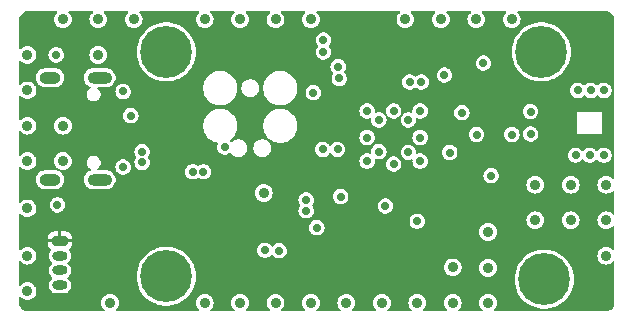
<source format=gbr>
%TF.GenerationSoftware,KiCad,Pcbnew,8.0.2*%
%TF.CreationDate,2024-11-05T19:48:56-03:00*%
%TF.ProjectId,BluetoothBoardSTM32,426c7565-746f-46f7-9468-426f61726453,rev?*%
%TF.SameCoordinates,PX2e0e41fPY5a51da2*%
%TF.FileFunction,Copper,L4,Bot*%
%TF.FilePolarity,Positive*%
%FSLAX46Y46*%
G04 Gerber Fmt 4.6, Leading zero omitted, Abs format (unit mm)*
G04 Created by KiCad (PCBNEW 8.0.2) date 2024-11-05 19:48:56*
%MOMM*%
%LPD*%
G01*
G04 APERTURE LIST*
G04 Aperture macros list*
%AMRoundRect*
0 Rectangle with rounded corners*
0 $1 Rounding radius*
0 $2 $3 $4 $5 $6 $7 $8 $9 X,Y pos of 4 corners*
0 Add a 4 corners polygon primitive as box body*
4,1,4,$2,$3,$4,$5,$6,$7,$8,$9,$2,$3,0*
0 Add four circle primitives for the rounded corners*
1,1,$1+$1,$2,$3*
1,1,$1+$1,$4,$5*
1,1,$1+$1,$6,$7*
1,1,$1+$1,$8,$9*
0 Add four rect primitives between the rounded corners*
20,1,$1+$1,$2,$3,$4,$5,0*
20,1,$1+$1,$4,$5,$6,$7,0*
20,1,$1+$1,$6,$7,$8,$9,0*
20,1,$1+$1,$8,$9,$2,$3,0*%
G04 Aperture macros list end*
%TA.AperFunction,ComponentPad*%
%ADD10C,4.400000*%
%TD*%
%TA.AperFunction,ComponentPad*%
%ADD11RoundRect,0.200000X-0.450000X0.200000X-0.450000X-0.200000X0.450000X-0.200000X0.450000X0.200000X0*%
%TD*%
%TA.AperFunction,ComponentPad*%
%ADD12O,1.300000X0.800000*%
%TD*%
%TA.AperFunction,ComponentPad*%
%ADD13O,2.100000X1.000000*%
%TD*%
%TA.AperFunction,ComponentPad*%
%ADD14O,1.800000X1.000000*%
%TD*%
%TA.AperFunction,ViaPad*%
%ADD15C,0.900000*%
%TD*%
%TA.AperFunction,ViaPad*%
%ADD16C,0.700000*%
%TD*%
G04 APERTURE END LIST*
D10*
%TO.P,H2,1,1*%
%TO.N,GND*%
X12457105Y2957106D03*
%TD*%
%TO.P,H3,1,1*%
%TO.N,GND*%
X44207105Y21957106D03*
%TD*%
%TO.P,H4,1,1*%
%TO.N,GND*%
X44457105Y2707106D03*
%TD*%
D11*
%TO.P,J2,1,Pin_1*%
%TO.N,+3.3V*%
X3457105Y5957106D03*
D12*
%TO.P,J2,2,Pin_2*%
%TO.N,Net-(J2-Pin_2)*%
X3457105Y4707106D03*
%TO.P,J2,3,Pin_3*%
%TO.N,Net-(J2-Pin_3)*%
X3457105Y3457106D03*
%TO.P,J2,4,Pin_4*%
%TO.N,GND*%
X3457105Y2207106D03*
%TD*%
D13*
%TO.P,J4,S1,SHIELD*%
%TO.N,GND*%
X6812105Y19777106D03*
D14*
X2632105Y19777106D03*
D13*
X6812105Y11137106D03*
D14*
X2632105Y11137106D03*
%TD*%
D10*
%TO.P,H1,1,1*%
%TO.N,GND*%
X12457105Y21957106D03*
%TD*%
D15*
%TO.N,GND*%
X41707105Y24707106D03*
D16*
X47307105Y18707106D03*
X8807105Y12207106D03*
X25207105Y7077106D03*
X22007105Y5127106D03*
D15*
X43707105Y10707106D03*
D16*
X30457105Y13507106D03*
D15*
X707105Y18707106D03*
X49707105Y7707106D03*
D16*
X47107105Y13207106D03*
X9457105Y16557106D03*
X33957105Y14707106D03*
X39957105Y11477106D03*
D15*
X15707105Y707106D03*
D16*
X3137105Y21707106D03*
D15*
X707105Y21707106D03*
D16*
X48407105Y18707106D03*
D15*
X6707105Y21707106D03*
D16*
X48307105Y13207106D03*
D15*
X49707105Y4707106D03*
X38707105Y24707106D03*
X707105Y15707106D03*
D16*
X37492105Y16807106D03*
D15*
X18707105Y707106D03*
X43707105Y7707106D03*
X707105Y1707106D03*
D16*
X24307105Y9407106D03*
X32957105Y16207106D03*
D15*
X3707105Y15707106D03*
X39707105Y707106D03*
X35707105Y24707106D03*
D16*
X10407105Y13507106D03*
D15*
X9707105Y24707106D03*
D16*
X33957105Y12707106D03*
D15*
X39706870Y3672702D03*
D16*
X31007105Y8907106D03*
X34057105Y19407106D03*
D15*
X46707105Y7707106D03*
D16*
X26957105Y13707106D03*
D15*
X30707105Y707106D03*
D16*
X27007105Y20707106D03*
D15*
X707105Y8707106D03*
X6707105Y24707106D03*
D16*
X29457105Y14707106D03*
X8807105Y18607106D03*
D15*
X20707105Y10007106D03*
X707105Y4707106D03*
D16*
X25757105Y22957106D03*
X36007105Y19992106D03*
D15*
X3707105Y24707106D03*
X32707105Y24707106D03*
X24707105Y707106D03*
X15707105Y24707106D03*
D16*
X17407105Y13907106D03*
D15*
X33707105Y707106D03*
D16*
X25757105Y21957106D03*
X41727105Y14957106D03*
X14707105Y11807106D03*
X24907105Y18507106D03*
X33957105Y16957106D03*
X27222105Y9707106D03*
X38727105Y14957106D03*
D15*
X707105Y12707106D03*
D16*
X32957105Y13457106D03*
X3237105Y9007106D03*
X20807105Y5167106D03*
D15*
X7707105Y707106D03*
D16*
X33707105Y7622106D03*
D15*
X24707105Y24707106D03*
D16*
X25707105Y13707106D03*
X29457105Y16957106D03*
X31707105Y16957106D03*
X49507105Y18707106D03*
X10407105Y12607106D03*
X39307105Y21007106D03*
D15*
X3707105Y12707106D03*
X46707105Y10707106D03*
D16*
X49507105Y13207106D03*
X15607105Y11807106D03*
D15*
X18707105Y24707106D03*
X49707105Y10707106D03*
X36707105Y707106D03*
D16*
X27107105Y19707106D03*
X30457105Y16207106D03*
D15*
X36707105Y3707106D03*
X27707105Y707106D03*
X39707105Y6707106D03*
D16*
X29457105Y12707106D03*
D15*
X21707105Y24707106D03*
D16*
X36457105Y13437106D03*
X43307105Y16907106D03*
X33057105Y19407106D03*
X24307105Y8507106D03*
X31707105Y12457106D03*
D15*
X21707105Y707106D03*
D16*
X43307105Y15007106D03*
%TO.N,+3.3V*%
X15607105Y8107106D03*
X26957105Y11157106D03*
X37607105Y13407106D03*
X22757105Y11757106D03*
X25907105Y17092106D03*
X26957105Y15957106D03*
X24307105Y10557106D03*
X18707105Y19707106D03*
X28107105Y23657106D03*
X28957105Y23657106D03*
X14707105Y8107106D03*
X37582104Y17795873D03*
X33507105Y10082106D03*
X24807105Y12007106D03*
%TD*%
%TA.AperFunction,Conductor*%
%TO.N,+3.3V*%
G36*
X3218913Y25384932D02*
G01*
X3240587Y25332606D01*
X3218913Y25280282D01*
X3144983Y25206351D01*
X3116625Y25177993D01*
X3116624Y25177992D01*
X3026649Y25034798D01*
X2970794Y24875174D01*
X2970792Y24875166D01*
X2951856Y24707106D01*
X2970792Y24539047D01*
X2970794Y24539039D01*
X3026649Y24379415D01*
X3116624Y24236221D01*
X3116626Y24236219D01*
X3116628Y24236216D01*
X3236215Y24116629D01*
X3236217Y24116628D01*
X3236219Y24116626D01*
X3306415Y24072519D01*
X3379415Y24026650D01*
X3539046Y23970793D01*
X3707105Y23951857D01*
X3875164Y23970793D01*
X4034795Y24026650D01*
X4177995Y24116629D01*
X4297582Y24236216D01*
X4387561Y24379416D01*
X4443418Y24539047D01*
X4462354Y24707106D01*
X4443418Y24875165D01*
X4387561Y25034796D01*
X4353314Y25089300D01*
X4297585Y25177992D01*
X4297583Y25177994D01*
X4297582Y25177996D01*
X4195296Y25280282D01*
X4173623Y25332606D01*
X4195297Y25384932D01*
X4247623Y25406606D01*
X6166587Y25406606D01*
X6218913Y25384932D01*
X6240587Y25332606D01*
X6218913Y25280282D01*
X6144983Y25206351D01*
X6116625Y25177993D01*
X6116624Y25177992D01*
X6026649Y25034798D01*
X5970794Y24875174D01*
X5970792Y24875166D01*
X5951856Y24707106D01*
X5970792Y24539047D01*
X5970794Y24539039D01*
X6026649Y24379415D01*
X6116624Y24236221D01*
X6116626Y24236219D01*
X6116628Y24236216D01*
X6236215Y24116629D01*
X6236217Y24116628D01*
X6236219Y24116626D01*
X6306415Y24072519D01*
X6379415Y24026650D01*
X6539046Y23970793D01*
X6707105Y23951857D01*
X6875164Y23970793D01*
X7034795Y24026650D01*
X7177995Y24116629D01*
X7297582Y24236216D01*
X7387561Y24379416D01*
X7443418Y24539047D01*
X7462354Y24707106D01*
X7443418Y24875165D01*
X7387561Y25034796D01*
X7353314Y25089300D01*
X7297585Y25177992D01*
X7297583Y25177994D01*
X7297582Y25177996D01*
X7195296Y25280282D01*
X7173623Y25332606D01*
X7195297Y25384932D01*
X7247623Y25406606D01*
X9166587Y25406606D01*
X9218913Y25384932D01*
X9240587Y25332606D01*
X9218913Y25280282D01*
X9144983Y25206351D01*
X9116625Y25177993D01*
X9116624Y25177992D01*
X9026649Y25034798D01*
X8970794Y24875174D01*
X8970792Y24875166D01*
X8951856Y24707106D01*
X8970792Y24539047D01*
X8970794Y24539039D01*
X9026649Y24379415D01*
X9116624Y24236221D01*
X9116626Y24236219D01*
X9116628Y24236216D01*
X9236215Y24116629D01*
X9236217Y24116628D01*
X9236219Y24116626D01*
X9306415Y24072519D01*
X9379415Y24026650D01*
X9539046Y23970793D01*
X9707105Y23951857D01*
X9875164Y23970793D01*
X10034795Y24026650D01*
X10177995Y24116629D01*
X10297582Y24236216D01*
X10387561Y24379416D01*
X10443418Y24539047D01*
X10462354Y24707106D01*
X10443418Y24875165D01*
X10387561Y25034796D01*
X10353314Y25089300D01*
X10297585Y25177992D01*
X10297583Y25177994D01*
X10297582Y25177996D01*
X10195296Y25280282D01*
X10173623Y25332606D01*
X10195297Y25384932D01*
X10247623Y25406606D01*
X15166587Y25406606D01*
X15218913Y25384932D01*
X15240587Y25332606D01*
X15218913Y25280282D01*
X15144983Y25206351D01*
X15116625Y25177993D01*
X15116624Y25177992D01*
X15026649Y25034798D01*
X14970794Y24875174D01*
X14970792Y24875166D01*
X14951856Y24707106D01*
X14970792Y24539047D01*
X14970794Y24539039D01*
X15026649Y24379415D01*
X15116624Y24236221D01*
X15116626Y24236219D01*
X15116628Y24236216D01*
X15236215Y24116629D01*
X15236217Y24116628D01*
X15236219Y24116626D01*
X15306415Y24072519D01*
X15379415Y24026650D01*
X15539046Y23970793D01*
X15707105Y23951857D01*
X15875164Y23970793D01*
X16034795Y24026650D01*
X16177995Y24116629D01*
X16297582Y24236216D01*
X16387561Y24379416D01*
X16443418Y24539047D01*
X16462354Y24707106D01*
X16443418Y24875165D01*
X16387561Y25034796D01*
X16353314Y25089300D01*
X16297585Y25177992D01*
X16297583Y25177994D01*
X16297582Y25177996D01*
X16195296Y25280282D01*
X16173623Y25332606D01*
X16195297Y25384932D01*
X16247623Y25406606D01*
X18166587Y25406606D01*
X18218913Y25384932D01*
X18240587Y25332606D01*
X18218913Y25280282D01*
X18144983Y25206351D01*
X18116625Y25177993D01*
X18116624Y25177992D01*
X18026649Y25034798D01*
X17970794Y24875174D01*
X17970792Y24875166D01*
X17951856Y24707106D01*
X17970792Y24539047D01*
X17970794Y24539039D01*
X18026649Y24379415D01*
X18116624Y24236221D01*
X18116626Y24236219D01*
X18116628Y24236216D01*
X18236215Y24116629D01*
X18236217Y24116628D01*
X18236219Y24116626D01*
X18306415Y24072519D01*
X18379415Y24026650D01*
X18539046Y23970793D01*
X18707105Y23951857D01*
X18875164Y23970793D01*
X19034795Y24026650D01*
X19177995Y24116629D01*
X19297582Y24236216D01*
X19387561Y24379416D01*
X19443418Y24539047D01*
X19462354Y24707106D01*
X19443418Y24875165D01*
X19387561Y25034796D01*
X19353314Y25089300D01*
X19297585Y25177992D01*
X19297583Y25177994D01*
X19297582Y25177996D01*
X19195296Y25280282D01*
X19173623Y25332606D01*
X19195297Y25384932D01*
X19247623Y25406606D01*
X21166587Y25406606D01*
X21218913Y25384932D01*
X21240587Y25332606D01*
X21218913Y25280282D01*
X21144983Y25206351D01*
X21116625Y25177993D01*
X21116624Y25177992D01*
X21026649Y25034798D01*
X20970794Y24875174D01*
X20970792Y24875166D01*
X20951856Y24707106D01*
X20970792Y24539047D01*
X20970794Y24539039D01*
X21026649Y24379415D01*
X21116624Y24236221D01*
X21116626Y24236219D01*
X21116628Y24236216D01*
X21236215Y24116629D01*
X21236217Y24116628D01*
X21236219Y24116626D01*
X21306415Y24072519D01*
X21379415Y24026650D01*
X21539046Y23970793D01*
X21707105Y23951857D01*
X21875164Y23970793D01*
X22034795Y24026650D01*
X22177995Y24116629D01*
X22297582Y24236216D01*
X22387561Y24379416D01*
X22443418Y24539047D01*
X22462354Y24707106D01*
X22443418Y24875165D01*
X22387561Y25034796D01*
X22353314Y25089300D01*
X22297585Y25177992D01*
X22297583Y25177994D01*
X22297582Y25177996D01*
X22195296Y25280282D01*
X22173623Y25332606D01*
X22195297Y25384932D01*
X22247623Y25406606D01*
X24166587Y25406606D01*
X24218913Y25384932D01*
X24240587Y25332606D01*
X24218913Y25280282D01*
X24144983Y25206351D01*
X24116625Y25177993D01*
X24116624Y25177992D01*
X24026649Y25034798D01*
X23970794Y24875174D01*
X23970792Y24875166D01*
X23951856Y24707106D01*
X23970792Y24539047D01*
X23970794Y24539039D01*
X24026649Y24379415D01*
X24116624Y24236221D01*
X24116626Y24236219D01*
X24116628Y24236216D01*
X24236215Y24116629D01*
X24236217Y24116628D01*
X24236219Y24116626D01*
X24306415Y24072519D01*
X24379415Y24026650D01*
X24539046Y23970793D01*
X24707105Y23951857D01*
X24875164Y23970793D01*
X25034795Y24026650D01*
X25177995Y24116629D01*
X25297582Y24236216D01*
X25387561Y24379416D01*
X25443418Y24539047D01*
X25462354Y24707106D01*
X25443418Y24875165D01*
X25387561Y25034796D01*
X25353314Y25089300D01*
X25297585Y25177992D01*
X25297583Y25177994D01*
X25297582Y25177996D01*
X25195296Y25280282D01*
X25173623Y25332606D01*
X25195297Y25384932D01*
X25247623Y25406606D01*
X27667543Y25406606D01*
X32166587Y25406606D01*
X32218913Y25384932D01*
X32240587Y25332606D01*
X32218913Y25280282D01*
X32144983Y25206351D01*
X32116625Y25177993D01*
X32116624Y25177992D01*
X32026649Y25034798D01*
X31970794Y24875174D01*
X31970792Y24875166D01*
X31951856Y24707106D01*
X31970792Y24539047D01*
X31970794Y24539039D01*
X32026649Y24379415D01*
X32116624Y24236221D01*
X32116626Y24236219D01*
X32116628Y24236216D01*
X32236215Y24116629D01*
X32236217Y24116628D01*
X32236219Y24116626D01*
X32306415Y24072519D01*
X32379415Y24026650D01*
X32539046Y23970793D01*
X32707105Y23951857D01*
X32875164Y23970793D01*
X33034795Y24026650D01*
X33177995Y24116629D01*
X33297582Y24236216D01*
X33387561Y24379416D01*
X33443418Y24539047D01*
X33462354Y24707106D01*
X33443418Y24875165D01*
X33387561Y25034796D01*
X33353314Y25089300D01*
X33297585Y25177992D01*
X33297583Y25177994D01*
X33297582Y25177996D01*
X33195296Y25280282D01*
X33173623Y25332606D01*
X33195297Y25384932D01*
X33247623Y25406606D01*
X35166587Y25406606D01*
X35218913Y25384932D01*
X35240587Y25332606D01*
X35218913Y25280282D01*
X35144983Y25206351D01*
X35116625Y25177993D01*
X35116624Y25177992D01*
X35026649Y25034798D01*
X34970794Y24875174D01*
X34970792Y24875166D01*
X34951856Y24707106D01*
X34970792Y24539047D01*
X34970794Y24539039D01*
X35026649Y24379415D01*
X35116624Y24236221D01*
X35116626Y24236219D01*
X35116628Y24236216D01*
X35236215Y24116629D01*
X35236217Y24116628D01*
X35236219Y24116626D01*
X35306415Y24072519D01*
X35379415Y24026650D01*
X35539046Y23970793D01*
X35707105Y23951857D01*
X35875164Y23970793D01*
X36034795Y24026650D01*
X36177995Y24116629D01*
X36297582Y24236216D01*
X36387561Y24379416D01*
X36443418Y24539047D01*
X36462354Y24707106D01*
X36443418Y24875165D01*
X36387561Y25034796D01*
X36353314Y25089300D01*
X36297585Y25177992D01*
X36297583Y25177994D01*
X36297582Y25177996D01*
X36195296Y25280282D01*
X36173623Y25332606D01*
X36195297Y25384932D01*
X36247623Y25406606D01*
X38166587Y25406606D01*
X38218913Y25384932D01*
X38240587Y25332606D01*
X38218913Y25280282D01*
X38144983Y25206351D01*
X38116625Y25177993D01*
X38116624Y25177992D01*
X38026649Y25034798D01*
X37970794Y24875174D01*
X37970792Y24875166D01*
X37951856Y24707106D01*
X37970792Y24539047D01*
X37970794Y24539039D01*
X38026649Y24379415D01*
X38116624Y24236221D01*
X38116626Y24236219D01*
X38116628Y24236216D01*
X38236215Y24116629D01*
X38236217Y24116628D01*
X38236219Y24116626D01*
X38306415Y24072519D01*
X38379415Y24026650D01*
X38539046Y23970793D01*
X38707105Y23951857D01*
X38875164Y23970793D01*
X39034795Y24026650D01*
X39177995Y24116629D01*
X39297582Y24236216D01*
X39387561Y24379416D01*
X39443418Y24539047D01*
X39462354Y24707106D01*
X39443418Y24875165D01*
X39387561Y25034796D01*
X39353314Y25089300D01*
X39297585Y25177992D01*
X39297583Y25177994D01*
X39297582Y25177996D01*
X39195296Y25280282D01*
X39173623Y25332606D01*
X39195297Y25384932D01*
X39247623Y25406606D01*
X41166587Y25406606D01*
X41218913Y25384932D01*
X41240587Y25332606D01*
X41218913Y25280282D01*
X41144983Y25206351D01*
X41116625Y25177993D01*
X41116624Y25177992D01*
X41026649Y25034798D01*
X40970794Y24875174D01*
X40970792Y24875166D01*
X40951856Y24707106D01*
X40970792Y24539047D01*
X40970794Y24539039D01*
X41026649Y24379415D01*
X41116624Y24236221D01*
X41116626Y24236219D01*
X41116628Y24236216D01*
X41236215Y24116629D01*
X41236217Y24116628D01*
X41236219Y24116626D01*
X41306415Y24072519D01*
X41379415Y24026650D01*
X41539046Y23970793D01*
X41707105Y23951857D01*
X41875164Y23970793D01*
X42034795Y24026650D01*
X42177995Y24116629D01*
X42297582Y24236216D01*
X42387561Y24379416D01*
X42443418Y24539047D01*
X42462354Y24707106D01*
X42443418Y24875165D01*
X42387561Y25034796D01*
X42353314Y25089300D01*
X42297585Y25177992D01*
X42297583Y25177994D01*
X42297582Y25177996D01*
X42195296Y25280282D01*
X42173623Y25332606D01*
X42195297Y25384932D01*
X42247623Y25406606D01*
X49659510Y25406606D01*
X49703466Y25406606D01*
X49710719Y25406250D01*
X49836322Y25393879D01*
X49850540Y25391051D01*
X49967822Y25355475D01*
X49981217Y25349926D01*
X50013620Y25332606D01*
X50089298Y25292155D01*
X50101359Y25284096D01*
X50196091Y25206351D01*
X50206349Y25196093D01*
X50284094Y25101361D01*
X50292153Y25089300D01*
X50349922Y24981223D01*
X50355474Y24967820D01*
X50391048Y24850547D01*
X50393878Y24836320D01*
X50406249Y24710722D01*
X50406605Y24703468D01*
X50406605Y11247624D01*
X50384931Y11195298D01*
X50332605Y11173624D01*
X50280280Y11195298D01*
X50177995Y11297583D01*
X50177992Y11297585D01*
X50177990Y11297587D01*
X50034796Y11387562D01*
X49875172Y11443417D01*
X49875164Y11443419D01*
X49707105Y11462355D01*
X49539045Y11443419D01*
X49539037Y11443417D01*
X49379413Y11387562D01*
X49236219Y11297587D01*
X49116624Y11177992D01*
X49026649Y11034798D01*
X48970794Y10875174D01*
X48970792Y10875166D01*
X48951856Y10707106D01*
X48970792Y10539047D01*
X48970794Y10539039D01*
X49026649Y10379415D01*
X49116624Y10236221D01*
X49116626Y10236219D01*
X49116628Y10236216D01*
X49236215Y10116629D01*
X49236217Y10116628D01*
X49236219Y10116626D01*
X49330149Y10057606D01*
X49379415Y10026650D01*
X49539046Y9970793D01*
X49707105Y9951857D01*
X49875164Y9970793D01*
X50034795Y10026650D01*
X50177995Y10116629D01*
X50280280Y10218915D01*
X50332605Y10240588D01*
X50384931Y10218914D01*
X50406605Y10166588D01*
X50406605Y8247624D01*
X50384931Y8195298D01*
X50332605Y8173624D01*
X50280280Y8195298D01*
X50177995Y8297583D01*
X50177992Y8297585D01*
X50177990Y8297587D01*
X50034796Y8387562D01*
X49875172Y8443417D01*
X49875164Y8443419D01*
X49707105Y8462355D01*
X49539045Y8443419D01*
X49539037Y8443417D01*
X49379413Y8387562D01*
X49236219Y8297587D01*
X49116624Y8177992D01*
X49026649Y8034798D01*
X48970794Y7875174D01*
X48970792Y7875166D01*
X48951856Y7707106D01*
X48970792Y7539047D01*
X48970794Y7539039D01*
X49026649Y7379415D01*
X49116624Y7236221D01*
X49116626Y7236219D01*
X49116628Y7236216D01*
X49236215Y7116629D01*
X49236217Y7116628D01*
X49236219Y7116626D01*
X49379413Y7026651D01*
X49379415Y7026650D01*
X49486034Y6989343D01*
X49536722Y6971606D01*
X49539046Y6970793D01*
X49707105Y6951857D01*
X49875164Y6970793D01*
X50034795Y7026650D01*
X50177995Y7116629D01*
X50280280Y7218915D01*
X50332605Y7240588D01*
X50384931Y7218914D01*
X50406605Y7166588D01*
X50406605Y5247624D01*
X50384931Y5195298D01*
X50332605Y5173624D01*
X50280280Y5195298D01*
X50177995Y5297583D01*
X50177992Y5297585D01*
X50177990Y5297587D01*
X50034796Y5387562D01*
X49875172Y5443417D01*
X49875164Y5443419D01*
X49707105Y5462355D01*
X49539045Y5443419D01*
X49539037Y5443417D01*
X49379413Y5387562D01*
X49236219Y5297587D01*
X49116624Y5177992D01*
X49026649Y5034798D01*
X48970794Y4875174D01*
X48970792Y4875166D01*
X48951856Y4707106D01*
X48970792Y4539047D01*
X48970794Y4539039D01*
X49026649Y4379415D01*
X49116624Y4236221D01*
X49116626Y4236219D01*
X49116628Y4236216D01*
X49236215Y4116629D01*
X49236217Y4116628D01*
X49236219Y4116626D01*
X49379413Y4026651D01*
X49379415Y4026650D01*
X49539046Y3970793D01*
X49707105Y3951857D01*
X49875164Y3970793D01*
X50034795Y4026650D01*
X50177995Y4116629D01*
X50280280Y4218915D01*
X50332605Y4240588D01*
X50384931Y4218914D01*
X50406605Y4166588D01*
X50406605Y710745D01*
X50406249Y703491D01*
X50393878Y577893D01*
X50391048Y563666D01*
X50355474Y446393D01*
X50349922Y432990D01*
X50292153Y324913D01*
X50284094Y312852D01*
X50206349Y218120D01*
X50196091Y207862D01*
X50101359Y130117D01*
X50089298Y122058D01*
X49981221Y64289D01*
X49967818Y58737D01*
X49850545Y23163D01*
X49836318Y20333D01*
X49726523Y9519D01*
X49710718Y7962D01*
X49703466Y7606D01*
X40247623Y7606D01*
X40195297Y29280D01*
X40173623Y81606D01*
X40195296Y133931D01*
X40297582Y236216D01*
X40387561Y379416D01*
X40443418Y539047D01*
X40462354Y707106D01*
X40443418Y875165D01*
X40387561Y1034796D01*
X40336142Y1116629D01*
X40297585Y1177992D01*
X40297583Y1177994D01*
X40297582Y1177996D01*
X40177995Y1297583D01*
X40177992Y1297585D01*
X40177990Y1297587D01*
X40034796Y1387562D01*
X39875172Y1443417D01*
X39875164Y1443419D01*
X39707105Y1462355D01*
X39539045Y1443419D01*
X39539037Y1443417D01*
X39379413Y1387562D01*
X39236219Y1297587D01*
X39116624Y1177992D01*
X39026649Y1034798D01*
X38970794Y875174D01*
X38970792Y875166D01*
X38951856Y707106D01*
X38970792Y539047D01*
X38970794Y539039D01*
X39026649Y379415D01*
X39116624Y236221D01*
X39116625Y236220D01*
X39116628Y236216D01*
X39218913Y133931D01*
X39240587Y81606D01*
X39218913Y29280D01*
X39166587Y7606D01*
X37247623Y7606D01*
X37195297Y29280D01*
X37173623Y81606D01*
X37195296Y133931D01*
X37297582Y236216D01*
X37387561Y379416D01*
X37443418Y539047D01*
X37462354Y707106D01*
X37443418Y875165D01*
X37387561Y1034796D01*
X37336142Y1116629D01*
X37297585Y1177992D01*
X37297583Y1177994D01*
X37297582Y1177996D01*
X37177995Y1297583D01*
X37177992Y1297585D01*
X37177990Y1297587D01*
X37034796Y1387562D01*
X36875172Y1443417D01*
X36875164Y1443419D01*
X36707105Y1462355D01*
X36539045Y1443419D01*
X36539037Y1443417D01*
X36379413Y1387562D01*
X36236219Y1297587D01*
X36116624Y1177992D01*
X36026649Y1034798D01*
X35970794Y875174D01*
X35970792Y875166D01*
X35951856Y707106D01*
X35970792Y539047D01*
X35970794Y539039D01*
X36026649Y379415D01*
X36116624Y236221D01*
X36116625Y236220D01*
X36116628Y236216D01*
X36218913Y133931D01*
X36240587Y81606D01*
X36218913Y29280D01*
X36166587Y7606D01*
X34247623Y7606D01*
X34195297Y29280D01*
X34173623Y81606D01*
X34195296Y133931D01*
X34297582Y236216D01*
X34387561Y379416D01*
X34443418Y539047D01*
X34462354Y707106D01*
X34443418Y875165D01*
X34387561Y1034796D01*
X34336142Y1116629D01*
X34297585Y1177992D01*
X34297583Y1177994D01*
X34297582Y1177996D01*
X34177995Y1297583D01*
X34177992Y1297585D01*
X34177990Y1297587D01*
X34034796Y1387562D01*
X33875172Y1443417D01*
X33875164Y1443419D01*
X33707105Y1462355D01*
X33539045Y1443419D01*
X33539037Y1443417D01*
X33379413Y1387562D01*
X33236219Y1297587D01*
X33116624Y1177992D01*
X33026649Y1034798D01*
X32970794Y875174D01*
X32970792Y875166D01*
X32951856Y707106D01*
X32970792Y539047D01*
X32970794Y539039D01*
X33026649Y379415D01*
X33116624Y236221D01*
X33116625Y236220D01*
X33116628Y236216D01*
X33218913Y133931D01*
X33240587Y81606D01*
X33218913Y29280D01*
X33166587Y7606D01*
X31247623Y7606D01*
X31195297Y29280D01*
X31173623Y81606D01*
X31195296Y133931D01*
X31297582Y236216D01*
X31387561Y379416D01*
X31443418Y539047D01*
X31462354Y707106D01*
X31443418Y875165D01*
X31387561Y1034796D01*
X31336142Y1116629D01*
X31297585Y1177992D01*
X31297583Y1177994D01*
X31297582Y1177996D01*
X31177995Y1297583D01*
X31177992Y1297585D01*
X31177990Y1297587D01*
X31034796Y1387562D01*
X30875172Y1443417D01*
X30875164Y1443419D01*
X30707105Y1462355D01*
X30539045Y1443419D01*
X30539037Y1443417D01*
X30379413Y1387562D01*
X30236219Y1297587D01*
X30116624Y1177992D01*
X30026649Y1034798D01*
X29970794Y875174D01*
X29970792Y875166D01*
X29951856Y707106D01*
X29970792Y539047D01*
X29970794Y539039D01*
X30026649Y379415D01*
X30116624Y236221D01*
X30116625Y236220D01*
X30116628Y236216D01*
X30218913Y133931D01*
X30240587Y81606D01*
X30218913Y29280D01*
X30166587Y7606D01*
X28247623Y7606D01*
X28195297Y29280D01*
X28173623Y81606D01*
X28195296Y133931D01*
X28297582Y236216D01*
X28387561Y379416D01*
X28443418Y539047D01*
X28462354Y707106D01*
X28443418Y875165D01*
X28387561Y1034796D01*
X28336142Y1116629D01*
X28297585Y1177992D01*
X28297583Y1177994D01*
X28297582Y1177996D01*
X28177995Y1297583D01*
X28177992Y1297585D01*
X28177990Y1297587D01*
X28034796Y1387562D01*
X27875172Y1443417D01*
X27875164Y1443419D01*
X27707105Y1462355D01*
X27539045Y1443419D01*
X27539037Y1443417D01*
X27379413Y1387562D01*
X27236219Y1297587D01*
X27116624Y1177992D01*
X27026649Y1034798D01*
X26970794Y875174D01*
X26970792Y875166D01*
X26951856Y707106D01*
X26970792Y539047D01*
X26970794Y539039D01*
X27026649Y379415D01*
X27116624Y236221D01*
X27116625Y236220D01*
X27116628Y236216D01*
X27218913Y133931D01*
X27240587Y81606D01*
X27218913Y29280D01*
X27166587Y7606D01*
X25247623Y7606D01*
X25195297Y29280D01*
X25173623Y81606D01*
X25195296Y133931D01*
X25297582Y236216D01*
X25387561Y379416D01*
X25443418Y539047D01*
X25462354Y707106D01*
X25443418Y875165D01*
X25387561Y1034796D01*
X25336142Y1116629D01*
X25297585Y1177992D01*
X25297583Y1177994D01*
X25297582Y1177996D01*
X25177995Y1297583D01*
X25177992Y1297585D01*
X25177990Y1297587D01*
X25034796Y1387562D01*
X24875172Y1443417D01*
X24875164Y1443419D01*
X24707105Y1462355D01*
X24539045Y1443419D01*
X24539037Y1443417D01*
X24379413Y1387562D01*
X24236219Y1297587D01*
X24116624Y1177992D01*
X24026649Y1034798D01*
X23970794Y875174D01*
X23970792Y875166D01*
X23951856Y707106D01*
X23970792Y539047D01*
X23970794Y539039D01*
X24026649Y379415D01*
X24116624Y236221D01*
X24116625Y236220D01*
X24116628Y236216D01*
X24218913Y133931D01*
X24240587Y81606D01*
X24218913Y29280D01*
X24166587Y7606D01*
X22247623Y7606D01*
X22195297Y29280D01*
X22173623Y81606D01*
X22195296Y133931D01*
X22297582Y236216D01*
X22387561Y379416D01*
X22443418Y539047D01*
X22462354Y707106D01*
X22443418Y875165D01*
X22387561Y1034796D01*
X22336142Y1116629D01*
X22297585Y1177992D01*
X22297583Y1177994D01*
X22297582Y1177996D01*
X22177995Y1297583D01*
X22177992Y1297585D01*
X22177990Y1297587D01*
X22034796Y1387562D01*
X21875172Y1443417D01*
X21875164Y1443419D01*
X21707105Y1462355D01*
X21539045Y1443419D01*
X21539037Y1443417D01*
X21379413Y1387562D01*
X21236219Y1297587D01*
X21116624Y1177992D01*
X21026649Y1034798D01*
X20970794Y875174D01*
X20970792Y875166D01*
X20951856Y707106D01*
X20970792Y539047D01*
X20970794Y539039D01*
X21026649Y379415D01*
X21116624Y236221D01*
X21116625Y236220D01*
X21116628Y236216D01*
X21218913Y133931D01*
X21240587Y81606D01*
X21218913Y29280D01*
X21166587Y7606D01*
X19247623Y7606D01*
X19195297Y29280D01*
X19173623Y81606D01*
X19195296Y133931D01*
X19297582Y236216D01*
X19387561Y379416D01*
X19443418Y539047D01*
X19462354Y707106D01*
X19443418Y875165D01*
X19387561Y1034796D01*
X19336142Y1116629D01*
X19297585Y1177992D01*
X19297583Y1177994D01*
X19297582Y1177996D01*
X19177995Y1297583D01*
X19177992Y1297585D01*
X19177990Y1297587D01*
X19034796Y1387562D01*
X18875172Y1443417D01*
X18875164Y1443419D01*
X18707105Y1462355D01*
X18539045Y1443419D01*
X18539037Y1443417D01*
X18379413Y1387562D01*
X18236219Y1297587D01*
X18116624Y1177992D01*
X18026649Y1034798D01*
X17970794Y875174D01*
X17970792Y875166D01*
X17951856Y707106D01*
X17970792Y539047D01*
X17970794Y539039D01*
X18026649Y379415D01*
X18116624Y236221D01*
X18116625Y236220D01*
X18116628Y236216D01*
X18218913Y133931D01*
X18240587Y81606D01*
X18218913Y29280D01*
X18166587Y7606D01*
X16247623Y7606D01*
X16195297Y29280D01*
X16173623Y81606D01*
X16195296Y133931D01*
X16297582Y236216D01*
X16387561Y379416D01*
X16443418Y539047D01*
X16462354Y707106D01*
X16443418Y875165D01*
X16387561Y1034796D01*
X16336142Y1116629D01*
X16297585Y1177992D01*
X16297583Y1177994D01*
X16297582Y1177996D01*
X16177995Y1297583D01*
X16177992Y1297585D01*
X16177990Y1297587D01*
X16034796Y1387562D01*
X15875172Y1443417D01*
X15875164Y1443419D01*
X15707105Y1462355D01*
X15539045Y1443419D01*
X15539037Y1443417D01*
X15379413Y1387562D01*
X15236219Y1297587D01*
X15116624Y1177992D01*
X15026649Y1034798D01*
X14970794Y875174D01*
X14970792Y875166D01*
X14951856Y707106D01*
X14970792Y539047D01*
X14970794Y539039D01*
X15026649Y379415D01*
X15116624Y236221D01*
X15116625Y236220D01*
X15116628Y236216D01*
X15218913Y133931D01*
X15240587Y81606D01*
X15218913Y29280D01*
X15166587Y7606D01*
X8247623Y7606D01*
X8195297Y29280D01*
X8173623Y81606D01*
X8195296Y133931D01*
X8297582Y236216D01*
X8387561Y379416D01*
X8443418Y539047D01*
X8462354Y707106D01*
X8443418Y875165D01*
X8387561Y1034796D01*
X8336142Y1116629D01*
X8297585Y1177992D01*
X8297583Y1177994D01*
X8297582Y1177996D01*
X8177995Y1297583D01*
X8177992Y1297585D01*
X8177990Y1297587D01*
X8034796Y1387562D01*
X7875172Y1443417D01*
X7875164Y1443419D01*
X7707105Y1462355D01*
X7539045Y1443419D01*
X7539037Y1443417D01*
X7379413Y1387562D01*
X7236219Y1297587D01*
X7116624Y1177992D01*
X7026649Y1034798D01*
X6970794Y875174D01*
X6970792Y875166D01*
X6951856Y707106D01*
X6970792Y539047D01*
X6970794Y539039D01*
X7026649Y379415D01*
X7116624Y236221D01*
X7116625Y236220D01*
X7116628Y236216D01*
X7218913Y133931D01*
X7240587Y81606D01*
X7218913Y29280D01*
X7166587Y7606D01*
X760671Y7606D01*
X760659Y7607D01*
X754700Y7607D01*
X710744Y7607D01*
X703491Y7963D01*
X682441Y10037D01*
X577892Y20334D01*
X563665Y23164D01*
X446391Y58738D01*
X432988Y64290D01*
X324911Y122059D01*
X312850Y130118D01*
X218119Y207862D01*
X207861Y218120D01*
X130116Y312852D01*
X122057Y324913D01*
X92924Y379416D01*
X64286Y432994D01*
X58736Y446393D01*
X55638Y456607D01*
X23161Y563671D01*
X20333Y577889D01*
X7963Y703481D01*
X7607Y710734D01*
X7607Y759842D01*
X7605Y759872D01*
X7605Y1166588D01*
X29279Y1218914D01*
X81605Y1240588D01*
X133929Y1218915D01*
X236215Y1116629D01*
X236217Y1116628D01*
X236219Y1116626D01*
X379413Y1026651D01*
X379415Y1026650D01*
X539046Y970793D01*
X707105Y951857D01*
X875164Y970793D01*
X1034795Y1026650D01*
X1177995Y1116629D01*
X1297582Y1236216D01*
X1387561Y1379416D01*
X1443418Y1539047D01*
X1462354Y1707106D01*
X1443418Y1875165D01*
X1443371Y1875298D01*
X1398766Y2002774D01*
X1387561Y2034796D01*
X1356625Y2084030D01*
X1297585Y2177992D01*
X1297583Y2177994D01*
X1297582Y2177996D01*
X1177995Y2297583D01*
X1177992Y2297585D01*
X1177990Y2297587D01*
X1034796Y2387562D01*
X875172Y2443417D01*
X875164Y2443419D01*
X707105Y2462355D01*
X539045Y2443419D01*
X539037Y2443417D01*
X379413Y2387562D01*
X236219Y2297587D01*
X236218Y2297586D01*
X236215Y2297584D01*
X236215Y2297583D01*
X133929Y2195298D01*
X81605Y2173624D01*
X29279Y2195298D01*
X7605Y2247624D01*
X7605Y4166588D01*
X29279Y4218914D01*
X81605Y4240588D01*
X133929Y4218915D01*
X236215Y4116629D01*
X236217Y4116628D01*
X236219Y4116626D01*
X379413Y4026651D01*
X379415Y4026650D01*
X539046Y3970793D01*
X707105Y3951857D01*
X875164Y3970793D01*
X1034795Y4026650D01*
X1177995Y4116629D01*
X1297582Y4236216D01*
X1387561Y4379416D01*
X1443418Y4539047D01*
X1462354Y4707106D01*
X1443418Y4875165D01*
X1439072Y4887584D01*
X1424868Y4928177D01*
X1387561Y5034796D01*
X1363856Y5072522D01*
X1297585Y5177992D01*
X1297583Y5177994D01*
X1297582Y5177996D01*
X1177995Y5297583D01*
X1177992Y5297585D01*
X1177990Y5297587D01*
X1034796Y5387562D01*
X875172Y5443417D01*
X875164Y5443419D01*
X707105Y5462355D01*
X539045Y5443419D01*
X539037Y5443417D01*
X379413Y5387562D01*
X236219Y5297587D01*
X236218Y5297586D01*
X236215Y5297584D01*
X236215Y5297583D01*
X133929Y5195298D01*
X81605Y5173624D01*
X29279Y5195298D01*
X7605Y5247624D01*
X7605Y6196428D01*
X2407105Y6196428D01*
X2407105Y6082106D01*
X3238283Y6082106D01*
X3207105Y6006834D01*
X3207105Y5907378D01*
X3238283Y5832106D01*
X2407106Y5832106D01*
X2407106Y5717785D01*
X2422548Y5600478D01*
X2422549Y5600474D01*
X2483005Y5454519D01*
X2579180Y5329182D01*
X2658980Y5267949D01*
X2687298Y5218900D01*
X2672639Y5164192D01*
X2666261Y5156920D01*
X2662998Y5153658D01*
X2662990Y5153648D01*
X2586328Y5038915D01*
X2533526Y4911439D01*
X2533523Y4911429D01*
X2514096Y4813760D01*
X2506605Y4776099D01*
X2506605Y4638113D01*
X2508652Y4627823D01*
X2533523Y4502784D01*
X2533526Y4502774D01*
X2586328Y4375298D01*
X2661243Y4263179D01*
X2662991Y4260564D01*
X2760563Y4162992D01*
X2760566Y4162990D01*
X2760568Y4162988D01*
X2789533Y4143634D01*
X2820998Y4096542D01*
X2809948Y4040993D01*
X2789533Y4020578D01*
X2760568Y4001225D01*
X2662988Y3903645D01*
X2586328Y3788915D01*
X2533526Y3661439D01*
X2533523Y3661429D01*
X2506605Y3526098D01*
X2506605Y3388115D01*
X2533523Y3252784D01*
X2533526Y3252774D01*
X2586328Y3125298D01*
X2655927Y3021135D01*
X2662991Y3010564D01*
X2760563Y2912992D01*
X2760566Y2912990D01*
X2760568Y2912988D01*
X2789533Y2893634D01*
X2820998Y2846542D01*
X2809948Y2790993D01*
X2789533Y2770578D01*
X2760568Y2751225D01*
X2662988Y2653645D01*
X2586328Y2538915D01*
X2533526Y2411439D01*
X2533523Y2411429D01*
X2506605Y2276098D01*
X2506605Y2138115D01*
X2533523Y2002784D01*
X2533526Y2002774D01*
X2586328Y1875298D01*
X2646795Y1784802D01*
X2662991Y1760564D01*
X2760563Y1662992D01*
X2875294Y1586331D01*
X3002777Y1533526D01*
X3138112Y1506606D01*
X3138114Y1506606D01*
X3776096Y1506606D01*
X3776098Y1506606D01*
X3911433Y1533526D01*
X4038916Y1586331D01*
X4153647Y1662992D01*
X4251219Y1760564D01*
X4327880Y1875295D01*
X4380685Y2002778D01*
X4407605Y2138113D01*
X4407605Y2276099D01*
X4380685Y2411434D01*
X4367437Y2443417D01*
X4327881Y2538915D01*
X4251221Y2653645D01*
X4251219Y2653648D01*
X4153647Y2751220D01*
X4124676Y2770578D01*
X4093211Y2817669D01*
X4104260Y2873218D01*
X4124677Y2893635D01*
X4153647Y2912992D01*
X4197762Y2957107D01*
X9951661Y2957107D01*
X9951661Y2957106D01*
X9971416Y2643101D01*
X9971419Y2643078D01*
X10030373Y2334030D01*
X10030377Y2334014D01*
X10127597Y2034802D01*
X10127599Y2034798D01*
X10127600Y2034796D01*
X10127602Y2034791D01*
X10142666Y2002778D01*
X10261568Y1750098D01*
X10430157Y1484444D01*
X10630711Y1242016D01*
X10630714Y1242014D01*
X10630715Y1242012D01*
X10860075Y1026628D01*
X11114621Y841690D01*
X11390339Y690112D01*
X11473922Y657020D01*
X11682865Y574292D01*
X11682877Y574289D01*
X11682880Y574287D01*
X11682883Y574287D01*
X11682887Y574285D01*
X11697084Y570640D01*
X11987632Y496040D01*
X12299787Y456606D01*
X12299788Y456606D01*
X12614422Y456606D01*
X12614423Y456606D01*
X12926578Y496040D01*
X13231330Y574287D01*
X13231337Y574290D01*
X13231344Y574292D01*
X13352178Y622135D01*
X13523871Y690112D01*
X13799589Y841690D01*
X14054135Y1026628D01*
X14283495Y1242012D01*
X14484052Y1484443D01*
X14652642Y1750099D01*
X14786608Y2034791D01*
X14820180Y2138113D01*
X14883832Y2334014D01*
X14883832Y2334017D01*
X14883836Y2334027D01*
X14942793Y2643091D01*
X14946821Y2707107D01*
X41951661Y2707107D01*
X41951661Y2707106D01*
X41971416Y2393101D01*
X41971419Y2393078D01*
X42030373Y2084030D01*
X42030377Y2084014D01*
X42127597Y1784802D01*
X42127599Y1784798D01*
X42127601Y1784794D01*
X42127602Y1784791D01*
X42164158Y1707106D01*
X42261568Y1500098D01*
X42430157Y1234444D01*
X42630711Y992016D01*
X42630714Y992014D01*
X42630715Y992012D01*
X42860075Y776628D01*
X43114621Y591690D01*
X43390339Y440112D01*
X43473922Y407020D01*
X43682865Y324292D01*
X43682877Y324289D01*
X43682880Y324287D01*
X43682883Y324287D01*
X43682887Y324285D01*
X43705477Y318485D01*
X43987632Y246040D01*
X44299787Y206606D01*
X44299788Y206606D01*
X44614422Y206606D01*
X44614423Y206606D01*
X44926578Y246040D01*
X45231330Y324287D01*
X45231337Y324290D01*
X45231344Y324292D01*
X45352178Y372135D01*
X45523871Y440112D01*
X45799589Y591690D01*
X46054135Y776628D01*
X46283495Y992012D01*
X46484052Y1234443D01*
X46652642Y1500099D01*
X46786608Y1784791D01*
X46815973Y1875165D01*
X46883832Y2084014D01*
X46883832Y2084017D01*
X46883836Y2084027D01*
X46942793Y2393091D01*
X46962549Y2707106D01*
X46942793Y3021121D01*
X46883836Y3330185D01*
X46883833Y3330192D01*
X46883832Y3330199D01*
X46786612Y3629411D01*
X46786610Y3629415D01*
X46786609Y3629416D01*
X46786608Y3629421D01*
X46652642Y3914113D01*
X46628688Y3951858D01*
X46484052Y4179769D01*
X46283498Y4422197D01*
X46275435Y4429769D01*
X46054135Y4637584D01*
X45947917Y4714756D01*
X45799594Y4822519D01*
X45726718Y4862583D01*
X45523871Y4974100D01*
X45523864Y4974103D01*
X45231344Y5089921D01*
X45231322Y5089928D01*
X44926578Y5168172D01*
X44926567Y5168174D01*
X44614430Y5207606D01*
X44614423Y5207606D01*
X44299787Y5207606D01*
X44299779Y5207606D01*
X43987642Y5168174D01*
X43987631Y5168172D01*
X43682887Y5089928D01*
X43682865Y5089921D01*
X43390345Y4974103D01*
X43390338Y4974100D01*
X43114615Y4822519D01*
X42860076Y4637585D01*
X42630711Y4422197D01*
X42430157Y4179769D01*
X42261568Y3914115D01*
X42127599Y3629415D01*
X42127597Y3629411D01*
X42030377Y3330199D01*
X42030373Y3330183D01*
X41971419Y3021135D01*
X41971416Y3021112D01*
X41951661Y2707107D01*
X14946821Y2707107D01*
X14962549Y2957106D01*
X14942793Y3271121D01*
X14883836Y3580185D01*
X14883833Y3580192D01*
X14883832Y3580199D01*
X14842597Y3707106D01*
X35951856Y3707106D01*
X35970792Y3539047D01*
X35970794Y3539039D01*
X36026649Y3379415D01*
X36116624Y3236221D01*
X36116626Y3236219D01*
X36116628Y3236216D01*
X36236215Y3116629D01*
X36236217Y3116628D01*
X36236219Y3116626D01*
X36290968Y3082225D01*
X36379415Y3026650D01*
X36539046Y2970793D01*
X36707105Y2951857D01*
X36875164Y2970793D01*
X37034795Y3026650D01*
X37177995Y3116629D01*
X37297582Y3236216D01*
X37387561Y3379416D01*
X37443418Y3539047D01*
X37458478Y3672702D01*
X38951621Y3672702D01*
X38970557Y3504643D01*
X38970559Y3504635D01*
X39026414Y3345011D01*
X39116389Y3201817D01*
X39116391Y3201815D01*
X39116393Y3201812D01*
X39235980Y3082225D01*
X39235982Y3082224D01*
X39235984Y3082222D01*
X39350027Y3010564D01*
X39379180Y2992246D01*
X39538811Y2936389D01*
X39706870Y2917453D01*
X39874929Y2936389D01*
X40034560Y2992246D01*
X40177760Y3082225D01*
X40297347Y3201812D01*
X40387326Y3345012D01*
X40443183Y3504643D01*
X40462119Y3672702D01*
X40443183Y3840761D01*
X40387326Y4000392D01*
X40374643Y4020577D01*
X40297350Y4143588D01*
X40297348Y4143590D01*
X40297347Y4143592D01*
X40177760Y4263179D01*
X40177757Y4263181D01*
X40177755Y4263183D01*
X40034561Y4353158D01*
X39874937Y4409013D01*
X39874929Y4409015D01*
X39706870Y4427951D01*
X39538810Y4409015D01*
X39538802Y4409013D01*
X39379178Y4353158D01*
X39235984Y4263183D01*
X39116389Y4143588D01*
X39026414Y4000394D01*
X38970559Y3840770D01*
X38970557Y3840762D01*
X38951621Y3672702D01*
X37458478Y3672702D01*
X37462354Y3707106D01*
X37443418Y3875165D01*
X37433452Y3903645D01*
X37399599Y4000394D01*
X37387561Y4034796D01*
X37383667Y4040993D01*
X37297585Y4177992D01*
X37297583Y4177994D01*
X37297582Y4177996D01*
X37177995Y4297583D01*
X37177992Y4297585D01*
X37177990Y4297587D01*
X37034796Y4387562D01*
X36875172Y4443417D01*
X36875164Y4443419D01*
X36707105Y4462355D01*
X36539045Y4443419D01*
X36539037Y4443417D01*
X36379413Y4387562D01*
X36236219Y4297587D01*
X36116624Y4177992D01*
X36026649Y4034798D01*
X35970794Y3875174D01*
X35970792Y3875166D01*
X35951856Y3707106D01*
X14842597Y3707106D01*
X14786612Y3879411D01*
X14786610Y3879415D01*
X14786609Y3879416D01*
X14786608Y3879421D01*
X14652642Y4164113D01*
X14651071Y4166588D01*
X14484052Y4429769D01*
X14283498Y4672197D01*
X14261797Y4692576D01*
X14054135Y4887584D01*
X13935056Y4974100D01*
X13799594Y5072519D01*
X13767927Y5089928D01*
X13627535Y5167110D01*
X20151827Y5167110D01*
X20151827Y5167103D01*
X20170866Y5010298D01*
X20170869Y5010284D01*
X20226883Y4862585D01*
X20286580Y4776099D01*
X20316622Y4732576D01*
X20434865Y4627823D01*
X20574740Y4554410D01*
X20728120Y4516606D01*
X20728124Y4516606D01*
X20886086Y4516606D01*
X20886090Y4516606D01*
X21039470Y4554410D01*
X21179345Y4627823D01*
X21297588Y4732576D01*
X21332399Y4783010D01*
X21379961Y4813760D01*
X21435337Y4801873D01*
X21454200Y4783010D01*
X21458971Y4776098D01*
X21506592Y4707106D01*
X21516622Y4692576D01*
X21634865Y4587823D01*
X21774740Y4514410D01*
X21928120Y4476606D01*
X21928124Y4476606D01*
X22086086Y4476606D01*
X22086090Y4476606D01*
X22239470Y4514410D01*
X22379345Y4587823D01*
X22497588Y4692576D01*
X22587325Y4822583D01*
X22643342Y4970288D01*
X22655755Y5072519D01*
X22662383Y5127103D01*
X22662383Y5127110D01*
X22643343Y5283915D01*
X22643342Y5283924D01*
X22635318Y5305081D01*
X22587326Y5431628D01*
X22497588Y5561636D01*
X22452437Y5601636D01*
X22379345Y5666389D01*
X22367244Y5672740D01*
X22239471Y5739802D01*
X22086092Y5777606D01*
X22086090Y5777606D01*
X21928120Y5777606D01*
X21928117Y5777606D01*
X21774738Y5739802D01*
X21634866Y5666390D01*
X21516621Y5561636D01*
X21481811Y5511204D01*
X21434248Y5480453D01*
X21378873Y5492340D01*
X21360009Y5511204D01*
X21297588Y5601636D01*
X21224496Y5666389D01*
X21179345Y5706389D01*
X21105463Y5745166D01*
X21039471Y5779802D01*
X20886092Y5817606D01*
X20886090Y5817606D01*
X20728120Y5817606D01*
X20728117Y5817606D01*
X20574738Y5779802D01*
X20434866Y5706390D01*
X20316621Y5601636D01*
X20226884Y5471628D01*
X20226883Y5471628D01*
X20170869Y5323929D01*
X20170866Y5323915D01*
X20151827Y5167110D01*
X13627535Y5167110D01*
X13523871Y5224100D01*
X13523864Y5224103D01*
X13231344Y5339921D01*
X13231322Y5339928D01*
X12926578Y5418172D01*
X12926567Y5418174D01*
X12614430Y5457606D01*
X12614423Y5457606D01*
X12299787Y5457606D01*
X12299779Y5457606D01*
X11987642Y5418174D01*
X11987631Y5418172D01*
X11682887Y5339928D01*
X11682865Y5339921D01*
X11390345Y5224103D01*
X11390338Y5224100D01*
X11114615Y5072519D01*
X10860076Y4887585D01*
X10630711Y4672197D01*
X10430157Y4429769D01*
X10261568Y4164115D01*
X10127599Y3879415D01*
X10127597Y3879411D01*
X10030377Y3580199D01*
X10030373Y3580183D01*
X9971419Y3271135D01*
X9971416Y3271112D01*
X9951661Y2957107D01*
X4197762Y2957107D01*
X4251219Y3010564D01*
X4327880Y3125295D01*
X4380685Y3252778D01*
X4407605Y3388113D01*
X4407605Y3526099D01*
X4380685Y3661434D01*
X4327880Y3788917D01*
X4251219Y3903648D01*
X4153647Y4001220D01*
X4124676Y4020578D01*
X4093211Y4067669D01*
X4104260Y4123218D01*
X4124677Y4143635D01*
X4153647Y4162992D01*
X4251219Y4260564D01*
X4327880Y4375295D01*
X4380685Y4502778D01*
X4407605Y4638113D01*
X4407605Y4776099D01*
X4380685Y4911434D01*
X4339740Y5010284D01*
X4327881Y5038915D01*
X4251221Y5153645D01*
X4251219Y5153648D01*
X4251209Y5153658D01*
X4247948Y5156920D01*
X4226278Y5209247D01*
X4247957Y5261571D01*
X4255230Y5267949D01*
X4335027Y5329180D01*
X4335028Y5329181D01*
X4431204Y5454519D01*
X4491661Y5600476D01*
X4507105Y5717785D01*
X4507105Y5832106D01*
X3675927Y5832106D01*
X3707105Y5907378D01*
X3707105Y6006834D01*
X3675927Y6082106D01*
X4507104Y6082106D01*
X4507104Y6196428D01*
X4491661Y6313735D01*
X4491660Y6313739D01*
X4431204Y6459694D01*
X4335029Y6585031D01*
X4209692Y6681206D01*
X4063735Y6741663D01*
X3946426Y6757106D01*
X3582105Y6757106D01*
X3582105Y6175928D01*
X3506833Y6207106D01*
X3407377Y6207106D01*
X3332105Y6175928D01*
X3332105Y6757106D01*
X2967783Y6757106D01*
X2850476Y6741663D01*
X2850472Y6741662D01*
X2704517Y6681206D01*
X2579180Y6585031D01*
X2483005Y6459694D01*
X2422548Y6313737D01*
X2407105Y6196428D01*
X7605Y6196428D01*
X7605Y7077110D01*
X24551827Y7077110D01*
X24551827Y7077103D01*
X24570866Y6920298D01*
X24570869Y6920284D01*
X24626883Y6772585D01*
X24716621Y6642577D01*
X24716622Y6642576D01*
X24834865Y6537823D01*
X24974740Y6464410D01*
X25128120Y6426606D01*
X25128124Y6426606D01*
X25286086Y6426606D01*
X25286090Y6426606D01*
X25439470Y6464410D01*
X25579345Y6537823D01*
X25697588Y6642576D01*
X25742130Y6707106D01*
X38951856Y6707106D01*
X38970792Y6539047D01*
X38970794Y6539039D01*
X39026649Y6379415D01*
X39116624Y6236221D01*
X39116626Y6236219D01*
X39116628Y6236216D01*
X39236215Y6116629D01*
X39236217Y6116628D01*
X39236219Y6116626D01*
X39379413Y6026651D01*
X39379415Y6026650D01*
X39539046Y5970793D01*
X39707105Y5951857D01*
X39875164Y5970793D01*
X40034795Y6026650D01*
X40177995Y6116629D01*
X40297582Y6236216D01*
X40387561Y6379416D01*
X40443418Y6539047D01*
X40462354Y6707106D01*
X40443418Y6875165D01*
X40387561Y7034796D01*
X40360976Y7077106D01*
X40297585Y7177992D01*
X40297583Y7177994D01*
X40297582Y7177996D01*
X40177995Y7297583D01*
X40177992Y7297585D01*
X40177990Y7297587D01*
X40034796Y7387562D01*
X39875172Y7443417D01*
X39875164Y7443419D01*
X39707105Y7462355D01*
X39539045Y7443419D01*
X39539037Y7443417D01*
X39379413Y7387562D01*
X39236219Y7297587D01*
X39116624Y7177992D01*
X39026649Y7034798D01*
X38970794Y6875174D01*
X38970792Y6875166D01*
X38951856Y6707106D01*
X25742130Y6707106D01*
X25787325Y6772583D01*
X25843342Y6920288D01*
X25854163Y7009410D01*
X25862383Y7077103D01*
X25862383Y7077110D01*
X25846397Y7208763D01*
X25843342Y7233924D01*
X25835318Y7255081D01*
X25787326Y7381628D01*
X25697588Y7511636D01*
X25666647Y7539047D01*
X25579345Y7616389D01*
X25568444Y7622110D01*
X33051827Y7622110D01*
X33051827Y7622103D01*
X33070866Y7465298D01*
X33070869Y7465284D01*
X33126883Y7317585D01*
X33194991Y7218914D01*
X33216622Y7187576D01*
X33334865Y7082823D01*
X33474740Y7009410D01*
X33628120Y6971606D01*
X33628124Y6971606D01*
X33786086Y6971606D01*
X33786090Y6971606D01*
X33939470Y7009410D01*
X34079345Y7082823D01*
X34197588Y7187576D01*
X34287325Y7317583D01*
X34343342Y7465288D01*
X34362383Y7622106D01*
X34354163Y7689802D01*
X34352062Y7707106D01*
X42951856Y7707106D01*
X42970792Y7539047D01*
X42970794Y7539039D01*
X43026649Y7379415D01*
X43116624Y7236221D01*
X43116626Y7236219D01*
X43116628Y7236216D01*
X43236215Y7116629D01*
X43236217Y7116628D01*
X43236219Y7116626D01*
X43379413Y7026651D01*
X43379415Y7026650D01*
X43486034Y6989343D01*
X43536722Y6971606D01*
X43539046Y6970793D01*
X43707105Y6951857D01*
X43875164Y6970793D01*
X44034795Y7026650D01*
X44177995Y7116629D01*
X44297582Y7236216D01*
X44387561Y7379416D01*
X44443418Y7539047D01*
X44462354Y7707106D01*
X45951856Y7707106D01*
X45970792Y7539047D01*
X45970794Y7539039D01*
X46026649Y7379415D01*
X46116624Y7236221D01*
X46116626Y7236219D01*
X46116628Y7236216D01*
X46236215Y7116629D01*
X46236217Y7116628D01*
X46236219Y7116626D01*
X46379413Y7026651D01*
X46379415Y7026650D01*
X46486034Y6989343D01*
X46536722Y6971606D01*
X46539046Y6970793D01*
X46707105Y6951857D01*
X46875164Y6970793D01*
X47034795Y7026650D01*
X47177995Y7116629D01*
X47297582Y7236216D01*
X47387561Y7379416D01*
X47443418Y7539047D01*
X47462354Y7707106D01*
X47443418Y7875165D01*
X47387561Y8034796D01*
X47363822Y8072576D01*
X47297585Y8177992D01*
X47297583Y8177994D01*
X47297582Y8177996D01*
X47177995Y8297583D01*
X47177992Y8297585D01*
X47177990Y8297587D01*
X47034796Y8387562D01*
X46875172Y8443417D01*
X46875164Y8443419D01*
X46707105Y8462355D01*
X46539045Y8443419D01*
X46539037Y8443417D01*
X46379413Y8387562D01*
X46236219Y8297587D01*
X46116624Y8177992D01*
X46026649Y8034798D01*
X45970794Y7875174D01*
X45970792Y7875166D01*
X45951856Y7707106D01*
X44462354Y7707106D01*
X44443418Y7875165D01*
X44387561Y8034796D01*
X44363822Y8072576D01*
X44297585Y8177992D01*
X44297583Y8177994D01*
X44297582Y8177996D01*
X44177995Y8297583D01*
X44177992Y8297585D01*
X44177990Y8297587D01*
X44034796Y8387562D01*
X43875172Y8443417D01*
X43875164Y8443419D01*
X43707105Y8462355D01*
X43539045Y8443419D01*
X43539037Y8443417D01*
X43379413Y8387562D01*
X43236219Y8297587D01*
X43116624Y8177992D01*
X43026649Y8034798D01*
X42970794Y7875174D01*
X42970792Y7875166D01*
X42951856Y7707106D01*
X34352062Y7707106D01*
X34343343Y7778915D01*
X34343342Y7778924D01*
X34306843Y7875165D01*
X34287326Y7926628D01*
X34197588Y8056636D01*
X34179594Y8072577D01*
X34079345Y8161389D01*
X34067244Y8167740D01*
X33939471Y8234802D01*
X33786092Y8272606D01*
X33786090Y8272606D01*
X33628120Y8272606D01*
X33628117Y8272606D01*
X33474738Y8234802D01*
X33334866Y8161390D01*
X33216621Y8056636D01*
X33126884Y7926628D01*
X33126883Y7926628D01*
X33070869Y7778929D01*
X33070866Y7778915D01*
X33051827Y7622110D01*
X25568444Y7622110D01*
X25567244Y7622740D01*
X25439471Y7689802D01*
X25286092Y7727606D01*
X25286090Y7727606D01*
X25128120Y7727606D01*
X25128117Y7727606D01*
X24974738Y7689802D01*
X24834866Y7616390D01*
X24716621Y7511636D01*
X24626884Y7381628D01*
X24626883Y7381628D01*
X24570869Y7233929D01*
X24570866Y7233915D01*
X24551827Y7077110D01*
X7605Y7077110D01*
X7605Y8166588D01*
X29279Y8218914D01*
X81605Y8240588D01*
X133929Y8218915D01*
X236215Y8116629D01*
X236217Y8116628D01*
X236219Y8116626D01*
X379413Y8026651D01*
X379415Y8026650D01*
X486034Y7989343D01*
X511670Y7980372D01*
X539046Y7970793D01*
X707105Y7951857D01*
X875164Y7970793D01*
X1034795Y8026650D01*
X1177995Y8116629D01*
X1297582Y8236216D01*
X1387561Y8379416D01*
X1443418Y8539047D01*
X1462354Y8707106D01*
X1443418Y8875165D01*
X1432242Y8907103D01*
X1410078Y8970445D01*
X1397249Y9007110D01*
X2581827Y9007110D01*
X2581827Y9007103D01*
X2600866Y8850298D01*
X2600869Y8850284D01*
X2656883Y8702585D01*
X2746621Y8572577D01*
X2746622Y8572576D01*
X2864865Y8467823D01*
X3004740Y8394410D01*
X3158120Y8356606D01*
X3158124Y8356606D01*
X3316086Y8356606D01*
X3316090Y8356606D01*
X3469470Y8394410D01*
X3609345Y8467823D01*
X3727588Y8572576D01*
X3817325Y8702583D01*
X3819041Y8707106D01*
X3858680Y8811628D01*
X3873342Y8850288D01*
X3887932Y8970445D01*
X3892383Y9007103D01*
X3892383Y9007110D01*
X3873343Y9163915D01*
X3873342Y9163924D01*
X3840585Y9250298D01*
X3817326Y9311628D01*
X3727588Y9441636D01*
X3704201Y9462355D01*
X3609345Y9546389D01*
X3587973Y9557606D01*
X3469471Y9619802D01*
X3316092Y9657606D01*
X3316090Y9657606D01*
X3158120Y9657606D01*
X3158117Y9657606D01*
X3004738Y9619802D01*
X2864866Y9546390D01*
X2746621Y9441636D01*
X2656884Y9311628D01*
X2656883Y9311628D01*
X2600869Y9163929D01*
X2600866Y9163915D01*
X2581827Y9007110D01*
X1397249Y9007110D01*
X1387561Y9034796D01*
X1373856Y9056607D01*
X1297585Y9177992D01*
X1297583Y9177994D01*
X1297582Y9177996D01*
X1177995Y9297583D01*
X1177992Y9297585D01*
X1177990Y9297587D01*
X1034796Y9387562D01*
X875172Y9443417D01*
X875164Y9443419D01*
X707105Y9462355D01*
X539045Y9443419D01*
X539037Y9443417D01*
X379413Y9387562D01*
X236219Y9297587D01*
X236218Y9297586D01*
X236215Y9297584D01*
X236215Y9297583D01*
X133929Y9195298D01*
X81605Y9173624D01*
X29279Y9195298D01*
X7605Y9247624D01*
X7605Y10007106D01*
X19951856Y10007106D01*
X19970792Y9839047D01*
X19970794Y9839039D01*
X20026649Y9679415D01*
X20116624Y9536221D01*
X20116626Y9536219D01*
X20116628Y9536216D01*
X20236215Y9416629D01*
X20236217Y9416628D01*
X20236219Y9416626D01*
X20355565Y9341636D01*
X20379415Y9326650D01*
X20422343Y9311629D01*
X20533947Y9272577D01*
X20539046Y9270793D01*
X20707105Y9251857D01*
X20875164Y9270793D01*
X21034795Y9326650D01*
X21162846Y9407110D01*
X23651827Y9407110D01*
X23651827Y9407103D01*
X23670866Y9250298D01*
X23670869Y9250284D01*
X23703621Y9163924D01*
X23726885Y9102583D01*
X23758620Y9056607D01*
X23798284Y8999143D01*
X23810171Y8943767D01*
X23798284Y8915069D01*
X23726884Y8811628D01*
X23726883Y8811628D01*
X23670869Y8663929D01*
X23670866Y8663915D01*
X23651827Y8507110D01*
X23651827Y8507103D01*
X23670866Y8350298D01*
X23670869Y8350284D01*
X23726883Y8202585D01*
X23816621Y8072577D01*
X23816622Y8072576D01*
X23934865Y7967823D01*
X24074740Y7894410D01*
X24228120Y7856606D01*
X24228124Y7856606D01*
X24386086Y7856606D01*
X24386090Y7856606D01*
X24539470Y7894410D01*
X24679345Y7967823D01*
X24797588Y8072576D01*
X24887325Y8202583D01*
X24943342Y8350288D01*
X24957613Y8467823D01*
X24962383Y8507103D01*
X24962383Y8507110D01*
X24943343Y8663915D01*
X24943342Y8663924D01*
X24910585Y8750298D01*
X24887326Y8811628D01*
X24843469Y8875165D01*
X24821419Y8907110D01*
X30351827Y8907110D01*
X30351827Y8907103D01*
X30370866Y8750298D01*
X30370869Y8750284D01*
X30426883Y8602585D01*
X30516621Y8472577D01*
X30516622Y8472576D01*
X30634865Y8367823D01*
X30774740Y8294410D01*
X30928120Y8256606D01*
X30928124Y8256606D01*
X31086086Y8256606D01*
X31086090Y8256606D01*
X31239470Y8294410D01*
X31379345Y8367823D01*
X31497588Y8472576D01*
X31587325Y8602583D01*
X31643342Y8750288D01*
X31662383Y8907106D01*
X31661416Y8915069D01*
X31646397Y9038763D01*
X31643342Y9063924D01*
X31628680Y9102585D01*
X31587326Y9211628D01*
X31497588Y9341636D01*
X31379345Y9446389D01*
X31348925Y9462355D01*
X31239471Y9519802D01*
X31086092Y9557606D01*
X31086090Y9557606D01*
X30928120Y9557606D01*
X30928117Y9557606D01*
X30774738Y9519802D01*
X30634866Y9446390D01*
X30516621Y9341636D01*
X30426884Y9211628D01*
X30426883Y9211628D01*
X30370869Y9063929D01*
X30370866Y9063915D01*
X30351827Y8907110D01*
X24821419Y8907110D01*
X24815924Y8915071D01*
X24804038Y8970445D01*
X24815923Y8999141D01*
X24887325Y9102583D01*
X24943342Y9250288D01*
X24962383Y9407106D01*
X24961227Y9416626D01*
X24943343Y9563915D01*
X24943342Y9563924D01*
X24922150Y9619802D01*
X24889039Y9707110D01*
X26566827Y9707110D01*
X26566827Y9707103D01*
X26585866Y9550298D01*
X26585869Y9550284D01*
X26641883Y9402585D01*
X26704666Y9311628D01*
X26731622Y9272576D01*
X26849865Y9167823D01*
X26989740Y9094410D01*
X27143120Y9056606D01*
X27143124Y9056606D01*
X27301086Y9056606D01*
X27301090Y9056606D01*
X27454470Y9094410D01*
X27594345Y9167823D01*
X27712588Y9272576D01*
X27802325Y9402583D01*
X27804041Y9407106D01*
X27856863Y9546389D01*
X27858342Y9550288D01*
X27865393Y9608364D01*
X27877383Y9707103D01*
X27877383Y9707110D01*
X27858343Y9863915D01*
X27858342Y9863924D01*
X27850318Y9885081D01*
X27802326Y10011628D01*
X27712588Y10141636D01*
X27594345Y10246389D01*
X27582244Y10252740D01*
X27454471Y10319802D01*
X27301092Y10357606D01*
X27301090Y10357606D01*
X27143120Y10357606D01*
X27143117Y10357606D01*
X26989738Y10319802D01*
X26849866Y10246390D01*
X26731621Y10141636D01*
X26641884Y10011628D01*
X26641883Y10011628D01*
X26585869Y9863929D01*
X26585866Y9863915D01*
X26566827Y9707110D01*
X24889039Y9707110D01*
X24887326Y9711628D01*
X24797588Y9841636D01*
X24772424Y9863929D01*
X24679345Y9946389D01*
X24632842Y9970796D01*
X24539471Y10019802D01*
X24386092Y10057606D01*
X24386090Y10057606D01*
X24228120Y10057606D01*
X24228117Y10057606D01*
X24074738Y10019802D01*
X23934866Y9946390D01*
X23816621Y9841636D01*
X23726884Y9711628D01*
X23726883Y9711628D01*
X23670869Y9563929D01*
X23670866Y9563915D01*
X23651827Y9407110D01*
X21162846Y9407110D01*
X21177995Y9416629D01*
X21297582Y9536216D01*
X21387561Y9679416D01*
X21443418Y9839047D01*
X21462354Y10007106D01*
X21443418Y10175165D01*
X21387561Y10334796D01*
X21386424Y10336606D01*
X21297585Y10477992D01*
X21297583Y10477994D01*
X21297582Y10477996D01*
X21177995Y10597583D01*
X21177992Y10597585D01*
X21177990Y10597587D01*
X21034796Y10687562D01*
X20978943Y10707106D01*
X42951856Y10707106D01*
X42970792Y10539047D01*
X42970794Y10539039D01*
X43026649Y10379415D01*
X43116624Y10236221D01*
X43116626Y10236219D01*
X43116628Y10236216D01*
X43236215Y10116629D01*
X43236217Y10116628D01*
X43236219Y10116626D01*
X43330149Y10057606D01*
X43379415Y10026650D01*
X43539046Y9970793D01*
X43707105Y9951857D01*
X43875164Y9970793D01*
X44034795Y10026650D01*
X44177995Y10116629D01*
X44297582Y10236216D01*
X44387561Y10379416D01*
X44443418Y10539047D01*
X44462354Y10707106D01*
X45951856Y10707106D01*
X45970792Y10539047D01*
X45970794Y10539039D01*
X46026649Y10379415D01*
X46116624Y10236221D01*
X46116626Y10236219D01*
X46116628Y10236216D01*
X46236215Y10116629D01*
X46236217Y10116628D01*
X46236219Y10116626D01*
X46330149Y10057606D01*
X46379415Y10026650D01*
X46539046Y9970793D01*
X46707105Y9951857D01*
X46875164Y9970793D01*
X47034795Y10026650D01*
X47177995Y10116629D01*
X47297582Y10236216D01*
X47387561Y10379416D01*
X47443418Y10539047D01*
X47462354Y10707106D01*
X47443418Y10875165D01*
X47433466Y10903605D01*
X47387560Y11034798D01*
X47297585Y11177992D01*
X47297583Y11177994D01*
X47297582Y11177996D01*
X47177995Y11297583D01*
X47177992Y11297585D01*
X47177990Y11297587D01*
X47034796Y11387562D01*
X46875172Y11443417D01*
X46875164Y11443419D01*
X46707105Y11462355D01*
X46539045Y11443419D01*
X46539037Y11443417D01*
X46379413Y11387562D01*
X46236219Y11297587D01*
X46116624Y11177992D01*
X46026649Y11034798D01*
X45970794Y10875174D01*
X45970792Y10875166D01*
X45951856Y10707106D01*
X44462354Y10707106D01*
X44443418Y10875165D01*
X44433466Y10903605D01*
X44387560Y11034798D01*
X44297585Y11177992D01*
X44297583Y11177994D01*
X44297582Y11177996D01*
X44177995Y11297583D01*
X44177992Y11297585D01*
X44177990Y11297587D01*
X44034796Y11387562D01*
X43875172Y11443417D01*
X43875164Y11443419D01*
X43707105Y11462355D01*
X43539045Y11443419D01*
X43539037Y11443417D01*
X43379413Y11387562D01*
X43236219Y11297587D01*
X43116624Y11177992D01*
X43026649Y11034798D01*
X42970794Y10875174D01*
X42970792Y10875166D01*
X42951856Y10707106D01*
X20978943Y10707106D01*
X20875172Y10743417D01*
X20875164Y10743419D01*
X20707105Y10762355D01*
X20539045Y10743419D01*
X20539037Y10743417D01*
X20379413Y10687562D01*
X20236219Y10597587D01*
X20116624Y10477992D01*
X20026649Y10334798D01*
X19970794Y10175174D01*
X19970792Y10175166D01*
X19951856Y10007106D01*
X7605Y10007106D01*
X7605Y11215948D01*
X1431605Y11215948D01*
X1431605Y11058264D01*
X1434726Y11042576D01*
X1462366Y10903615D01*
X1462369Y10903605D01*
X1522708Y10757932D01*
X1522710Y10757929D01*
X1522711Y10757927D01*
X1610316Y10626817D01*
X1721816Y10515317D01*
X1852926Y10427712D01*
X1852931Y10427710D01*
X1852930Y10427710D01*
X1969526Y10379415D01*
X1998608Y10367369D01*
X2153263Y10336606D01*
X2153265Y10336606D01*
X3110945Y10336606D01*
X3110947Y10336606D01*
X3265602Y10367369D01*
X3411284Y10427712D01*
X3542394Y10515317D01*
X3653894Y10626817D01*
X3741499Y10757927D01*
X3801842Y10903609D01*
X3832605Y11058264D01*
X3832605Y11215948D01*
X5461605Y11215948D01*
X5461605Y11058264D01*
X5464726Y11042576D01*
X5492366Y10903615D01*
X5492369Y10903605D01*
X5552708Y10757932D01*
X5552710Y10757929D01*
X5552711Y10757927D01*
X5640316Y10626817D01*
X5751816Y10515317D01*
X5882926Y10427712D01*
X5882931Y10427710D01*
X5882930Y10427710D01*
X5999526Y10379415D01*
X6028608Y10367369D01*
X6183263Y10336606D01*
X6183265Y10336606D01*
X7440945Y10336606D01*
X7440947Y10336606D01*
X7595602Y10367369D01*
X7741284Y10427712D01*
X7872394Y10515317D01*
X7983894Y10626817D01*
X8071499Y10757927D01*
X8131842Y10903609D01*
X8162605Y11058264D01*
X8162605Y11215948D01*
X8131842Y11370603D01*
X8131024Y11372577D01*
X8071501Y11516281D01*
X8071500Y11516283D01*
X8071499Y11516285D01*
X7983894Y11647395D01*
X7872394Y11758895D01*
X7851917Y11772577D01*
X7838370Y11781629D01*
X7741284Y11846500D01*
X7741280Y11846502D01*
X7741278Y11846503D01*
X7741279Y11846503D01*
X7595606Y11906842D01*
X7595596Y11906845D01*
X7492030Y11927445D01*
X7440947Y11937606D01*
X6668950Y11937606D01*
X6616624Y11959280D01*
X6594950Y12011606D01*
X6616624Y12063932D01*
X6631950Y12075692D01*
X6664370Y12094410D01*
X6671610Y12098590D01*
X6780130Y12207110D01*
X8151827Y12207110D01*
X8151827Y12207103D01*
X8170866Y12050298D01*
X8170869Y12050284D01*
X8226883Y11902585D01*
X8310373Y11781629D01*
X8316622Y11772576D01*
X8434865Y11667823D01*
X8574740Y11594410D01*
X8728120Y11556606D01*
X8728124Y11556606D01*
X8886086Y11556606D01*
X8886090Y11556606D01*
X9039470Y11594410D01*
X9179345Y11667823D01*
X9297588Y11772576D01*
X9321425Y11807110D01*
X14051827Y11807110D01*
X14051827Y11807103D01*
X14070866Y11650298D01*
X14070869Y11650284D01*
X14126883Y11502585D01*
X14167724Y11443417D01*
X14216622Y11372576D01*
X14334865Y11267823D01*
X14474740Y11194410D01*
X14628120Y11156606D01*
X14628124Y11156606D01*
X14786086Y11156606D01*
X14786090Y11156606D01*
X14939470Y11194410D01*
X15079345Y11267823D01*
X15108034Y11293240D01*
X15161572Y11311715D01*
X15206175Y11293240D01*
X15234865Y11267823D01*
X15374740Y11194410D01*
X15528120Y11156606D01*
X15528124Y11156606D01*
X15686086Y11156606D01*
X15686090Y11156606D01*
X15839470Y11194410D01*
X15979345Y11267823D01*
X16097588Y11372576D01*
X16169742Y11477110D01*
X39301827Y11477110D01*
X39301827Y11477103D01*
X39320866Y11320298D01*
X39320869Y11320284D01*
X39376883Y11172585D01*
X39387912Y11156607D01*
X39466622Y11042576D01*
X39584865Y10937823D01*
X39724740Y10864410D01*
X39878120Y10826606D01*
X39878124Y10826606D01*
X40036086Y10826606D01*
X40036090Y10826606D01*
X40189470Y10864410D01*
X40329345Y10937823D01*
X40447588Y11042576D01*
X40537325Y11172583D01*
X40539377Y11177992D01*
X40573444Y11267821D01*
X40593342Y11320288D01*
X40600393Y11378364D01*
X40612383Y11477103D01*
X40612383Y11477110D01*
X40593343Y11633915D01*
X40593342Y11633924D01*
X40580486Y11667823D01*
X40537326Y11781628D01*
X40447588Y11911636D01*
X40440604Y11917823D01*
X40329345Y12016389D01*
X40309793Y12026651D01*
X40189471Y12089802D01*
X40036092Y12127606D01*
X40036090Y12127606D01*
X39878120Y12127606D01*
X39878117Y12127606D01*
X39724738Y12089802D01*
X39584866Y12016390D01*
X39466621Y11911636D01*
X39376884Y11781628D01*
X39376883Y11781628D01*
X39320869Y11633929D01*
X39320866Y11633915D01*
X39301827Y11477110D01*
X16169742Y11477110D01*
X16187325Y11502583D01*
X16192522Y11516285D01*
X16222150Y11594410D01*
X16243342Y11650288D01*
X16256529Y11758896D01*
X16262383Y11807103D01*
X16262383Y11807110D01*
X16244807Y11951858D01*
X16243342Y11963924D01*
X16210585Y12050298D01*
X16187326Y12111628D01*
X16097588Y12241636D01*
X15979345Y12346389D01*
X15967244Y12352740D01*
X15839471Y12419802D01*
X15686092Y12457606D01*
X15686090Y12457606D01*
X15528120Y12457606D01*
X15528117Y12457606D01*
X15374738Y12419802D01*
X15234867Y12346391D01*
X15206175Y12320972D01*
X15152636Y12302498D01*
X15108035Y12320972D01*
X15079345Y12346389D01*
X15079343Y12346390D01*
X15079342Y12346391D01*
X14939471Y12419802D01*
X14786092Y12457606D01*
X14786090Y12457606D01*
X14628120Y12457606D01*
X14628117Y12457606D01*
X14474738Y12419802D01*
X14334866Y12346390D01*
X14216621Y12241636D01*
X14126884Y12111628D01*
X14126883Y12111628D01*
X14070869Y11963929D01*
X14070866Y11963915D01*
X14051827Y11807110D01*
X9321425Y11807110D01*
X9387325Y11902583D01*
X9388942Y11906845D01*
X9410585Y11963915D01*
X9443342Y12050288D01*
X9457613Y12167823D01*
X9462383Y12207103D01*
X9462383Y12207110D01*
X9443343Y12363915D01*
X9443342Y12363924D01*
X9408003Y12457106D01*
X9387326Y12511628D01*
X9297588Y12641636D01*
X9294703Y12644192D01*
X9179345Y12746389D01*
X9150308Y12761629D01*
X9039471Y12819802D01*
X8886092Y12857606D01*
X8886090Y12857606D01*
X8728120Y12857606D01*
X8728117Y12857606D01*
X8574738Y12819802D01*
X8434866Y12746390D01*
X8316621Y12641636D01*
X8226884Y12511628D01*
X8226883Y12511628D01*
X8170869Y12363929D01*
X8170866Y12363915D01*
X8151827Y12207110D01*
X6780130Y12207110D01*
X6780621Y12207601D01*
X6857704Y12341112D01*
X6897604Y12490021D01*
X6897605Y12490021D01*
X6897605Y12644191D01*
X6897604Y12644192D01*
X6857705Y12793097D01*
X6857703Y12793102D01*
X6780623Y12926608D01*
X6780622Y12926609D01*
X6780621Y12926611D01*
X6671610Y13035622D01*
X6671607Y13035624D01*
X6671606Y13035625D01*
X6538100Y13112705D01*
X6538095Y13112707D01*
X6389190Y13152606D01*
X6389188Y13152606D01*
X6235022Y13152606D01*
X6235020Y13152606D01*
X6086114Y13112707D01*
X6086109Y13112705D01*
X5952603Y13035625D01*
X5843586Y12926608D01*
X5766506Y12793102D01*
X5766504Y12793097D01*
X5726605Y12644192D01*
X5726605Y12490021D01*
X5766504Y12341116D01*
X5766506Y12341111D01*
X5843586Y12207605D01*
X5843587Y12207604D01*
X5843589Y12207601D01*
X5952600Y12098590D01*
X5952602Y12098589D01*
X5952603Y12098588D01*
X6048816Y12043039D01*
X6083295Y11998105D01*
X6075902Y11941953D01*
X6031982Y11908253D01*
X6032090Y11907899D01*
X6031150Y11907614D01*
X6030968Y11907474D01*
X6029764Y11907194D01*
X6028603Y11906842D01*
X5882930Y11846503D01*
X5751816Y11758896D01*
X5751815Y11758894D01*
X5640317Y11647396D01*
X5640315Y11647395D01*
X5552708Y11516281D01*
X5492369Y11370608D01*
X5492366Y11370598D01*
X5471923Y11267821D01*
X5461605Y11215948D01*
X3832605Y11215948D01*
X3801842Y11370603D01*
X3801024Y11372577D01*
X3741501Y11516281D01*
X3741500Y11516283D01*
X3741499Y11516285D01*
X3653894Y11647395D01*
X3542394Y11758895D01*
X3521917Y11772577D01*
X3508370Y11781629D01*
X3411284Y11846500D01*
X3411280Y11846502D01*
X3411278Y11846503D01*
X3411279Y11846503D01*
X3265606Y11906842D01*
X3265596Y11906845D01*
X3162030Y11927445D01*
X3110947Y11937606D01*
X2153263Y11937606D01*
X2109420Y11928886D01*
X1998613Y11906845D01*
X1998603Y11906842D01*
X1852930Y11846503D01*
X1721816Y11758896D01*
X1721815Y11758894D01*
X1610317Y11647396D01*
X1610315Y11647395D01*
X1522708Y11516281D01*
X1462369Y11370608D01*
X1462366Y11370598D01*
X1441923Y11267821D01*
X1431605Y11215948D01*
X7605Y11215948D01*
X7605Y12166588D01*
X29279Y12218914D01*
X81605Y12240588D01*
X133929Y12218915D01*
X236215Y12116629D01*
X236217Y12116628D01*
X236219Y12116626D01*
X353332Y12043039D01*
X379415Y12026650D01*
X539046Y11970793D01*
X707105Y11951857D01*
X875164Y11970793D01*
X1034795Y12026650D01*
X1177995Y12116629D01*
X1297582Y12236216D01*
X1387561Y12379416D01*
X1443418Y12539047D01*
X1462354Y12707106D01*
X2951856Y12707106D01*
X2970792Y12539047D01*
X2970794Y12539039D01*
X3026649Y12379415D01*
X3116624Y12236221D01*
X3116626Y12236219D01*
X3116628Y12236216D01*
X3236215Y12116629D01*
X3236217Y12116628D01*
X3236219Y12116626D01*
X3353332Y12043039D01*
X3379415Y12026650D01*
X3539046Y11970793D01*
X3707105Y11951857D01*
X3875164Y11970793D01*
X4034795Y12026650D01*
X4177995Y12116629D01*
X4297582Y12236216D01*
X4387561Y12379416D01*
X4443418Y12539047D01*
X4462354Y12707106D01*
X4443418Y12875165D01*
X4440070Y12884732D01*
X4398835Y13002577D01*
X4387561Y13034796D01*
X4377827Y13050288D01*
X4297585Y13177992D01*
X4297583Y13177994D01*
X4297582Y13177996D01*
X4177995Y13297583D01*
X4177992Y13297585D01*
X4177990Y13297587D01*
X4034796Y13387562D01*
X3875172Y13443417D01*
X3875164Y13443419D01*
X3707105Y13462355D01*
X3539045Y13443419D01*
X3539037Y13443417D01*
X3379413Y13387562D01*
X3236219Y13297587D01*
X3116624Y13177992D01*
X3026649Y13034798D01*
X2970794Y12875174D01*
X2970792Y12875166D01*
X2951856Y12707106D01*
X1462354Y12707106D01*
X1443418Y12875165D01*
X1440070Y12884732D01*
X1398835Y13002577D01*
X1387561Y13034796D01*
X1377827Y13050288D01*
X1297585Y13177992D01*
X1297583Y13177994D01*
X1297582Y13177996D01*
X1177995Y13297583D01*
X1177992Y13297585D01*
X1177990Y13297587D01*
X1034796Y13387562D01*
X875172Y13443417D01*
X875164Y13443419D01*
X707105Y13462355D01*
X539045Y13443419D01*
X539037Y13443417D01*
X379413Y13387562D01*
X236219Y13297587D01*
X236218Y13297586D01*
X236215Y13297584D01*
X236215Y13297583D01*
X133929Y13195298D01*
X81605Y13173624D01*
X29279Y13195298D01*
X7605Y13247624D01*
X7605Y13507110D01*
X9751827Y13507110D01*
X9751827Y13507103D01*
X9770866Y13350298D01*
X9770869Y13350284D01*
X9825171Y13207103D01*
X9826885Y13202583D01*
X9861396Y13152585D01*
X9898284Y13099143D01*
X9910171Y13043767D01*
X9898284Y13015069D01*
X9826884Y12911628D01*
X9826883Y12911628D01*
X9770869Y12763929D01*
X9770866Y12763915D01*
X9751827Y12607110D01*
X9751827Y12607103D01*
X9770866Y12450298D01*
X9770869Y12450284D01*
X9826883Y12302585D01*
X9916621Y12172577D01*
X9916622Y12172576D01*
X10034865Y12067823D01*
X10174740Y11994410D01*
X10328120Y11956606D01*
X10328124Y11956606D01*
X10486086Y11956606D01*
X10486090Y11956606D01*
X10639470Y11994410D01*
X10779345Y12067823D01*
X10897588Y12172576D01*
X10987325Y12302583D01*
X11043342Y12450288D01*
X11056251Y12556606D01*
X11062383Y12607103D01*
X11062383Y12607110D01*
X11050241Y12707110D01*
X28801827Y12707110D01*
X28801827Y12707103D01*
X28820866Y12550298D01*
X28820869Y12550284D01*
X28876883Y12402585D01*
X28966621Y12272577D01*
X28966622Y12272576D01*
X29084865Y12167823D01*
X29224740Y12094410D01*
X29378120Y12056606D01*
X29378124Y12056606D01*
X29536086Y12056606D01*
X29536090Y12056606D01*
X29689470Y12094410D01*
X29829345Y12167823D01*
X29947588Y12272576D01*
X30037325Y12402583D01*
X30058004Y12457110D01*
X31051827Y12457110D01*
X31051827Y12457103D01*
X31070866Y12300298D01*
X31070869Y12300284D01*
X31126883Y12152585D01*
X31202497Y12043039D01*
X31216622Y12022576D01*
X31334865Y11917823D01*
X31474740Y11844410D01*
X31628120Y11806606D01*
X31628124Y11806606D01*
X31786086Y11806606D01*
X31786090Y11806606D01*
X31939470Y11844410D01*
X32079345Y11917823D01*
X32197588Y12022576D01*
X32287325Y12152583D01*
X32292637Y12166588D01*
X32319043Y12236216D01*
X32343342Y12300288D01*
X32361555Y12450288D01*
X32362383Y12457103D01*
X32362383Y12457110D01*
X32343343Y12613915D01*
X32343342Y12613924D01*
X32308003Y12707106D01*
X32287326Y12761628D01*
X32197588Y12891636D01*
X32173975Y12912555D01*
X32079345Y12996389D01*
X32043754Y13015069D01*
X31939471Y13069802D01*
X31786092Y13107606D01*
X31786090Y13107606D01*
X31628120Y13107606D01*
X31628117Y13107606D01*
X31474738Y13069802D01*
X31334866Y12996390D01*
X31216621Y12891636D01*
X31126884Y12761628D01*
X31126883Y12761628D01*
X31070869Y12613929D01*
X31070866Y12613915D01*
X31051827Y12457110D01*
X30058004Y12457110D01*
X30093342Y12550288D01*
X30112383Y12707106D01*
X30107613Y12746389D01*
X30097440Y12830175D01*
X30112648Y12884732D01*
X30161980Y12912555D01*
X30205290Y12904618D01*
X30218237Y12897823D01*
X30224740Y12894410D01*
X30378120Y12856606D01*
X30378124Y12856606D01*
X30536086Y12856606D01*
X30536090Y12856606D01*
X30689470Y12894410D01*
X30829345Y12967823D01*
X30947588Y13072576D01*
X31037325Y13202583D01*
X31039041Y13207106D01*
X31066793Y13280284D01*
X31093342Y13350288D01*
X31105340Y13449101D01*
X31106313Y13457110D01*
X32301827Y13457110D01*
X32301827Y13457103D01*
X32320866Y13300298D01*
X32320869Y13300284D01*
X32376883Y13152585D01*
X32458187Y13034796D01*
X32466622Y13022576D01*
X32584865Y12917823D01*
X32724740Y12844410D01*
X32878120Y12806606D01*
X32878124Y12806606D01*
X33036086Y12806606D01*
X33036090Y12806606D01*
X33189470Y12844410D01*
X33202433Y12851215D01*
X33258837Y12856342D01*
X33302347Y12820084D01*
X33310286Y12776773D01*
X33301828Y12707110D01*
X33301827Y12707103D01*
X33320866Y12550298D01*
X33320869Y12550284D01*
X33376883Y12402585D01*
X33466621Y12272577D01*
X33466622Y12272576D01*
X33584865Y12167823D01*
X33724740Y12094410D01*
X33878120Y12056606D01*
X33878124Y12056606D01*
X34036086Y12056606D01*
X34036090Y12056606D01*
X34189470Y12094410D01*
X34329345Y12167823D01*
X34447588Y12272576D01*
X34537325Y12402583D01*
X34593342Y12550288D01*
X34612383Y12707106D01*
X34607613Y12746389D01*
X34594263Y12856342D01*
X34593342Y12863924D01*
X34566847Y12933786D01*
X34537326Y13011628D01*
X34447588Y13141636D01*
X34435205Y13152606D01*
X34329345Y13246389D01*
X34309878Y13256606D01*
X34189471Y13319802D01*
X34036092Y13357606D01*
X34036090Y13357606D01*
X33878120Y13357606D01*
X33878117Y13357606D01*
X33724741Y13319803D01*
X33711772Y13312996D01*
X33655367Y13307872D01*
X33611859Y13344133D01*
X33603924Y13387441D01*
X33609955Y13437110D01*
X35801827Y13437110D01*
X35801827Y13437103D01*
X35820866Y13280298D01*
X35820869Y13280284D01*
X35876883Y13132585D01*
X35960373Y13011629D01*
X35966622Y13002576D01*
X36084865Y12897823D01*
X36224740Y12824410D01*
X36378120Y12786606D01*
X36378124Y12786606D01*
X36536086Y12786606D01*
X36536090Y12786606D01*
X36689470Y12824410D01*
X36829345Y12897823D01*
X36947588Y13002576D01*
X37037325Y13132583D01*
X37039124Y13137325D01*
X37065589Y13207110D01*
X46451827Y13207110D01*
X46451827Y13207103D01*
X46470866Y13050298D01*
X46470869Y13050284D01*
X46526883Y12902585D01*
X46613725Y12776773D01*
X46616622Y12772576D01*
X46734865Y12667823D01*
X46874740Y12594410D01*
X47028120Y12556606D01*
X47028124Y12556606D01*
X47186086Y12556606D01*
X47186090Y12556606D01*
X47339470Y12594410D01*
X47479345Y12667823D01*
X47597588Y12772576D01*
X47646204Y12843010D01*
X47693766Y12873760D01*
X47749142Y12861873D01*
X47768005Y12843010D01*
X47816622Y12772576D01*
X47934865Y12667823D01*
X48074740Y12594410D01*
X48228120Y12556606D01*
X48228124Y12556606D01*
X48386086Y12556606D01*
X48386090Y12556606D01*
X48539470Y12594410D01*
X48679345Y12667823D01*
X48797588Y12772576D01*
X48846204Y12843010D01*
X48893766Y12873760D01*
X48949142Y12861873D01*
X48968005Y12843010D01*
X49016622Y12772576D01*
X49134865Y12667823D01*
X49274740Y12594410D01*
X49428120Y12556606D01*
X49428124Y12556606D01*
X49586086Y12556606D01*
X49586090Y12556606D01*
X49739470Y12594410D01*
X49879345Y12667823D01*
X49997588Y12772576D01*
X50087325Y12902583D01*
X50090756Y12911628D01*
X50125247Y13002576D01*
X50143342Y13050288D01*
X50158848Y13177992D01*
X50162383Y13207103D01*
X50162383Y13207110D01*
X50143343Y13363915D01*
X50143342Y13363924D01*
X50115588Y13437106D01*
X50087326Y13511628D01*
X49997588Y13641636D01*
X49923690Y13707103D01*
X49879345Y13746389D01*
X49850308Y13761629D01*
X49739471Y13819802D01*
X49586092Y13857606D01*
X49586090Y13857606D01*
X49428120Y13857606D01*
X49428117Y13857606D01*
X49274738Y13819802D01*
X49134866Y13746390D01*
X49016621Y13641636D01*
X48968006Y13571204D01*
X48920444Y13540453D01*
X48865068Y13552340D01*
X48846204Y13571204D01*
X48797588Y13641636D01*
X48723690Y13707103D01*
X48679345Y13746389D01*
X48650308Y13761629D01*
X48539471Y13819802D01*
X48386092Y13857606D01*
X48386090Y13857606D01*
X48228120Y13857606D01*
X48228117Y13857606D01*
X48074738Y13819802D01*
X47934866Y13746390D01*
X47816621Y13641636D01*
X47768006Y13571204D01*
X47720444Y13540453D01*
X47665068Y13552340D01*
X47646204Y13571204D01*
X47597588Y13641636D01*
X47523690Y13707103D01*
X47479345Y13746389D01*
X47450308Y13761629D01*
X47339471Y13819802D01*
X47186092Y13857606D01*
X47186090Y13857606D01*
X47028120Y13857606D01*
X47028117Y13857606D01*
X46874738Y13819802D01*
X46734866Y13746390D01*
X46616621Y13641636D01*
X46526884Y13511628D01*
X46526883Y13511628D01*
X46470869Y13363929D01*
X46470866Y13363915D01*
X46451827Y13207110D01*
X37065589Y13207110D01*
X37080954Y13247624D01*
X37093342Y13280288D01*
X37101841Y13350284D01*
X37112383Y13437103D01*
X37112383Y13437110D01*
X37093343Y13593915D01*
X37093342Y13593924D01*
X37050418Y13707106D01*
X37037326Y13741628D01*
X36947588Y13871636D01*
X36922847Y13893554D01*
X36829345Y13976389D01*
X36791237Y13996390D01*
X36689471Y14049802D01*
X36536092Y14087606D01*
X36536090Y14087606D01*
X36378120Y14087606D01*
X36378117Y14087606D01*
X36224738Y14049802D01*
X36084866Y13976390D01*
X35966621Y13871636D01*
X35876884Y13741628D01*
X35876883Y13741628D01*
X35820869Y13593929D01*
X35820866Y13593915D01*
X35801827Y13437110D01*
X33609955Y13437110D01*
X33612383Y13457103D01*
X33612383Y13457110D01*
X33596397Y13588763D01*
X33593342Y13613924D01*
X33558003Y13707106D01*
X33537326Y13761628D01*
X33447588Y13891636D01*
X33391149Y13941636D01*
X33329345Y13996389D01*
X33291749Y14016121D01*
X33189471Y14069802D01*
X33036092Y14107606D01*
X33036090Y14107606D01*
X32878120Y14107606D01*
X32878117Y14107606D01*
X32724738Y14069802D01*
X32584866Y13996390D01*
X32466621Y13891636D01*
X32376884Y13761628D01*
X32376883Y13761628D01*
X32320869Y13613929D01*
X32320866Y13613915D01*
X32301827Y13457110D01*
X31106313Y13457110D01*
X31112383Y13507103D01*
X31112383Y13507110D01*
X31093343Y13663915D01*
X31093342Y13663924D01*
X31085318Y13685081D01*
X31037326Y13811628D01*
X30947588Y13941636D01*
X30829345Y14046389D01*
X30809878Y14056606D01*
X30689471Y14119802D01*
X30536092Y14157606D01*
X30536090Y14157606D01*
X30378120Y14157606D01*
X30378117Y14157606D01*
X30224738Y14119802D01*
X30084866Y14046390D01*
X29966621Y13941636D01*
X29876884Y13811628D01*
X29876883Y13811628D01*
X29820869Y13663929D01*
X29820866Y13663915D01*
X29802376Y13511629D01*
X29801827Y13507106D01*
X29810327Y13437103D01*
X29816770Y13384037D01*
X29801560Y13329480D01*
X29752228Y13301657D01*
X29708920Y13309594D01*
X29689469Y13319803D01*
X29536092Y13357606D01*
X29536090Y13357606D01*
X29378120Y13357606D01*
X29378117Y13357606D01*
X29224738Y13319802D01*
X29084866Y13246390D01*
X28966621Y13141636D01*
X28876884Y13011628D01*
X28876883Y13011628D01*
X28820869Y12863929D01*
X28820866Y12863915D01*
X28801827Y12707110D01*
X11050241Y12707110D01*
X11043343Y12763915D01*
X11043342Y12763924D01*
X11022150Y12819802D01*
X10987326Y12911628D01*
X10939875Y12980372D01*
X10915924Y13015071D01*
X10904038Y13070445D01*
X10915923Y13099141D01*
X10987325Y13202583D01*
X10989041Y13207106D01*
X11016793Y13280284D01*
X11043342Y13350288D01*
X11055340Y13449101D01*
X11062383Y13507103D01*
X11062383Y13507110D01*
X11043343Y13663915D01*
X11043342Y13663924D01*
X11035318Y13685081D01*
X10987326Y13811628D01*
X10897588Y13941636D01*
X10779345Y14046389D01*
X10759878Y14056606D01*
X10639471Y14119802D01*
X10486092Y14157606D01*
X10486090Y14157606D01*
X10328120Y14157606D01*
X10328117Y14157606D01*
X10174738Y14119802D01*
X10034866Y14046390D01*
X9916621Y13941636D01*
X9826884Y13811628D01*
X9826883Y13811628D01*
X9770869Y13663929D01*
X9770866Y13663915D01*
X9751827Y13507110D01*
X7605Y13507110D01*
X7605Y15166588D01*
X29279Y15218914D01*
X81605Y15240588D01*
X133929Y15218915D01*
X236215Y15116629D01*
X236217Y15116628D01*
X236219Y15116626D01*
X240534Y15113915D01*
X379415Y15026650D01*
X539046Y14970793D01*
X707105Y14951857D01*
X875164Y14970793D01*
X1034795Y15026650D01*
X1177995Y15116629D01*
X1297582Y15236216D01*
X1387561Y15379416D01*
X1443418Y15539047D01*
X1462354Y15707106D01*
X2951856Y15707106D01*
X2970792Y15539047D01*
X2970794Y15539039D01*
X3026649Y15379415D01*
X3116624Y15236221D01*
X3116626Y15236219D01*
X3116628Y15236216D01*
X3236215Y15116629D01*
X3236217Y15116628D01*
X3236219Y15116626D01*
X3240534Y15113915D01*
X3379415Y15026650D01*
X3539046Y14970793D01*
X3707105Y14951857D01*
X3875164Y14970793D01*
X4034795Y15026650D01*
X4177995Y15116629D01*
X4297582Y15236216D01*
X4387561Y15379416D01*
X4443418Y15539047D01*
X4462354Y15707106D01*
X4448950Y15826064D01*
X15579155Y15826064D01*
X15579155Y15598149D01*
X15614808Y15373047D01*
X15614811Y15373034D01*
X15685235Y15156289D01*
X15685237Y15156285D01*
X15788705Y14953219D01*
X15788708Y14953213D01*
X15863488Y14850288D01*
X15922671Y14768830D01*
X16083829Y14607672D01*
X16083832Y14607670D01*
X16083833Y14607669D01*
X16229127Y14502106D01*
X16268214Y14473708D01*
X16417496Y14397645D01*
X16471283Y14370239D01*
X16471287Y14370237D01*
X16688032Y14299813D01*
X16688038Y14299812D01*
X16688043Y14299810D01*
X16760679Y14288306D01*
X16808969Y14258713D01*
X16822191Y14203641D01*
X16818293Y14188977D01*
X16770869Y14063929D01*
X16770866Y14063915D01*
X16751827Y13907110D01*
X16751827Y13907103D01*
X16770866Y13750298D01*
X16770869Y13750284D01*
X16826883Y13602585D01*
X16916621Y13472577D01*
X16916622Y13472576D01*
X17034865Y13367823D01*
X17174740Y13294410D01*
X17328120Y13256606D01*
X17328124Y13256606D01*
X17486086Y13256606D01*
X17486090Y13256606D01*
X17639470Y13294410D01*
X17779345Y13367823D01*
X17814035Y13398557D01*
X17867574Y13417032D01*
X17918496Y13392239D01*
X17924635Y13384280D01*
X17964032Y13325318D01*
X17964034Y13325316D01*
X17964037Y13325312D01*
X18069311Y13220038D01*
X18193099Y13137325D01*
X18330646Y13080351D01*
X18476665Y13051306D01*
X18476666Y13051306D01*
X18625544Y13051306D01*
X18625545Y13051306D01*
X18771564Y13080351D01*
X18909111Y13137325D01*
X19032899Y13220038D01*
X19138173Y13325312D01*
X19220886Y13449100D01*
X19277860Y13586647D01*
X19306905Y13732666D01*
X19306905Y13881546D01*
X19827305Y13881546D01*
X19827305Y13732667D01*
X19856348Y13586654D01*
X19856350Y13586647D01*
X19913323Y13449101D01*
X19979348Y13350288D01*
X19996037Y13325312D01*
X20101311Y13220038D01*
X20225099Y13137325D01*
X20362646Y13080351D01*
X20508665Y13051306D01*
X20508666Y13051306D01*
X20657544Y13051306D01*
X20657545Y13051306D01*
X20803564Y13080351D01*
X20941111Y13137325D01*
X21064899Y13220038D01*
X21170173Y13325312D01*
X21252886Y13449100D01*
X21309860Y13586647D01*
X21333822Y13707110D01*
X25051827Y13707110D01*
X25051827Y13707103D01*
X25070866Y13550298D01*
X25070869Y13550284D01*
X25126883Y13402585D01*
X25216621Y13272577D01*
X25216622Y13272576D01*
X25334865Y13167823D01*
X25474740Y13094410D01*
X25628120Y13056606D01*
X25628124Y13056606D01*
X25786086Y13056606D01*
X25786090Y13056606D01*
X25939470Y13094410D01*
X26079345Y13167823D01*
X26197588Y13272576D01*
X26271204Y13379229D01*
X26318766Y13409979D01*
X26374142Y13398092D01*
X26393005Y13379229D01*
X26412984Y13350284D01*
X26461301Y13280284D01*
X26466622Y13272576D01*
X26584865Y13167823D01*
X26724740Y13094410D01*
X26878120Y13056606D01*
X26878124Y13056606D01*
X27036086Y13056606D01*
X27036090Y13056606D01*
X27189470Y13094410D01*
X27329345Y13167823D01*
X27447588Y13272576D01*
X27537325Y13402583D01*
X27593342Y13550288D01*
X27607140Y13663924D01*
X27612383Y13707103D01*
X27612383Y13707110D01*
X27593343Y13863915D01*
X27593342Y13863924D01*
X27582105Y13893554D01*
X27537326Y14011628D01*
X27447588Y14141636D01*
X27421089Y14165112D01*
X27329345Y14246389D01*
X27290492Y14266781D01*
X27189471Y14319802D01*
X27036092Y14357606D01*
X27036090Y14357606D01*
X26878120Y14357606D01*
X26878117Y14357606D01*
X26724738Y14319802D01*
X26584866Y14246390D01*
X26466621Y14141636D01*
X26393006Y14034985D01*
X26345444Y14004234D01*
X26290068Y14016121D01*
X26271204Y14034985D01*
X26197588Y14141636D01*
X26171089Y14165112D01*
X26079345Y14246389D01*
X26040492Y14266781D01*
X25939471Y14319802D01*
X25786092Y14357606D01*
X25786090Y14357606D01*
X25628120Y14357606D01*
X25628117Y14357606D01*
X25474738Y14319802D01*
X25334866Y14246390D01*
X25216621Y14141636D01*
X25126884Y14011628D01*
X25126883Y14011628D01*
X25070869Y13863929D01*
X25070866Y13863915D01*
X25051827Y13707110D01*
X21333822Y13707110D01*
X21338905Y13732666D01*
X21338905Y13881546D01*
X21309860Y14027565D01*
X21252886Y14165112D01*
X21170173Y14288900D01*
X21064899Y14394174D01*
X21064546Y14394410D01*
X20941110Y14476888D01*
X20803564Y14533861D01*
X20803557Y14533863D01*
X20693555Y14555744D01*
X20657545Y14562906D01*
X20508665Y14562906D01*
X20479779Y14557161D01*
X20362652Y14533863D01*
X20362645Y14533861D01*
X20225099Y14476888D01*
X20101314Y14394177D01*
X19996034Y14288897D01*
X19913323Y14165112D01*
X19856350Y14027566D01*
X19856348Y14027559D01*
X19827305Y13881546D01*
X19306905Y13881546D01*
X19277860Y14027565D01*
X19220886Y14165112D01*
X19138173Y14288900D01*
X19032899Y14394174D01*
X19032546Y14394410D01*
X18909110Y14476888D01*
X18771564Y14533861D01*
X18771557Y14533863D01*
X18661555Y14555744D01*
X18625545Y14562906D01*
X18476665Y14562906D01*
X18447779Y14557161D01*
X18330652Y14533863D01*
X18330645Y14533861D01*
X18193099Y14476888D01*
X18069314Y14394177D01*
X18069307Y14394171D01*
X18009045Y14333909D01*
X17956719Y14312235D01*
X17904394Y14333910D01*
X17900664Y14338385D01*
X17900554Y14338287D01*
X17897585Y14341639D01*
X17856616Y14377934D01*
X17834365Y14397646D01*
X17809572Y14448567D01*
X17828047Y14502106D01*
X17839938Y14512900D01*
X17970381Y14607672D01*
X18131539Y14768830D01*
X18265503Y14953215D01*
X18368973Y15156286D01*
X18389322Y15218914D01*
X18439398Y15373034D01*
X18439398Y15373037D01*
X18439401Y15373044D01*
X18475055Y15598150D01*
X18475055Y15826062D01*
X18475055Y15826064D01*
X20659155Y15826064D01*
X20659155Y15598149D01*
X20694808Y15373047D01*
X20694811Y15373034D01*
X20765235Y15156289D01*
X20765237Y15156285D01*
X20868705Y14953219D01*
X20868708Y14953213D01*
X20943488Y14850288D01*
X21002671Y14768830D01*
X21163829Y14607672D01*
X21163832Y14607670D01*
X21163833Y14607669D01*
X21309127Y14502106D01*
X21348214Y14473708D01*
X21497496Y14397645D01*
X21551283Y14370239D01*
X21551287Y14370237D01*
X21768032Y14299813D01*
X21768038Y14299812D01*
X21768043Y14299810D01*
X21880596Y14281983D01*
X21993147Y14264156D01*
X21993149Y14264156D01*
X22221063Y14264156D01*
X22311103Y14278418D01*
X22446167Y14299810D01*
X22446174Y14299813D01*
X22446177Y14299813D01*
X22662922Y14370237D01*
X22662922Y14370238D01*
X22662925Y14370238D01*
X22865996Y14473708D01*
X23050381Y14607672D01*
X23149819Y14707110D01*
X28801827Y14707110D01*
X28801827Y14707103D01*
X28820866Y14550298D01*
X28820869Y14550284D01*
X28876883Y14402585D01*
X28955354Y14288900D01*
X28966622Y14272576D01*
X29084865Y14167823D01*
X29224740Y14094410D01*
X29378120Y14056606D01*
X29378124Y14056606D01*
X29536086Y14056606D01*
X29536090Y14056606D01*
X29689470Y14094410D01*
X29829345Y14167823D01*
X29947588Y14272576D01*
X30037325Y14402583D01*
X30093342Y14550288D01*
X30112383Y14707106D01*
X30112383Y14707110D01*
X33301827Y14707110D01*
X33301827Y14707103D01*
X33320866Y14550298D01*
X33320869Y14550284D01*
X33376883Y14402585D01*
X33455354Y14288900D01*
X33466622Y14272576D01*
X33584865Y14167823D01*
X33724740Y14094410D01*
X33878120Y14056606D01*
X33878124Y14056606D01*
X34036086Y14056606D01*
X34036090Y14056606D01*
X34189470Y14094410D01*
X34329345Y14167823D01*
X34447588Y14272576D01*
X34537325Y14402583D01*
X34593342Y14550288D01*
X34612383Y14707106D01*
X34604888Y14768830D01*
X34593343Y14863915D01*
X34593342Y14863924D01*
X34585318Y14885081D01*
X34558002Y14957110D01*
X38071827Y14957110D01*
X38071827Y14957103D01*
X38090866Y14800298D01*
X38090869Y14800284D01*
X38146883Y14652585D01*
X38236621Y14522577D01*
X38236622Y14522576D01*
X38354865Y14417823D01*
X38494740Y14344410D01*
X38648120Y14306606D01*
X38648124Y14306606D01*
X38806086Y14306606D01*
X38806090Y14306606D01*
X38959470Y14344410D01*
X39099345Y14417823D01*
X39217588Y14522576D01*
X39307325Y14652583D01*
X39363342Y14800288D01*
X39381746Y14951858D01*
X39382383Y14957103D01*
X39382383Y14957110D01*
X41071827Y14957110D01*
X41071827Y14957103D01*
X41090866Y14800298D01*
X41090869Y14800284D01*
X41146883Y14652585D01*
X41236621Y14522577D01*
X41236622Y14522576D01*
X41354865Y14417823D01*
X41494740Y14344410D01*
X41648120Y14306606D01*
X41648124Y14306606D01*
X41806086Y14306606D01*
X41806090Y14306606D01*
X41959470Y14344410D01*
X42099345Y14417823D01*
X42217588Y14522576D01*
X42307325Y14652583D01*
X42363342Y14800288D01*
X42381746Y14951858D01*
X42382383Y14957103D01*
X42382383Y14957110D01*
X42376312Y15007110D01*
X42651827Y15007110D01*
X42651827Y15007106D01*
X42670866Y14850298D01*
X42670869Y14850284D01*
X42726883Y14702585D01*
X42792397Y14607672D01*
X42816622Y14572576D01*
X42934865Y14467823D01*
X43074740Y14394410D01*
X43228120Y14356606D01*
X43228124Y14356606D01*
X43386086Y14356606D01*
X43386090Y14356606D01*
X43539470Y14394410D01*
X43679345Y14467823D01*
X43797588Y14572576D01*
X43887325Y14702583D01*
X43889041Y14707106D01*
X43924378Y14800284D01*
X43943342Y14850288D01*
X43962383Y15007106D01*
X47242105Y15007106D01*
X49332105Y15007106D01*
X49332105Y16907106D01*
X47242105Y16907106D01*
X47242105Y15007106D01*
X43962383Y15007106D01*
X43949412Y15113929D01*
X43946048Y15141636D01*
X43943342Y15163924D01*
X43922487Y15218914D01*
X43887326Y15311628D01*
X43797588Y15441636D01*
X43735784Y15496389D01*
X43679345Y15546389D01*
X43659878Y15556606D01*
X43539471Y15619802D01*
X43386092Y15657606D01*
X43386090Y15657606D01*
X43228120Y15657606D01*
X43228117Y15657606D01*
X43074738Y15619802D01*
X42934866Y15546390D01*
X42816621Y15441636D01*
X42726884Y15311628D01*
X42726883Y15311628D01*
X42670869Y15163929D01*
X42670866Y15163915D01*
X42651827Y15007110D01*
X42376312Y15007110D01*
X42363343Y15113915D01*
X42363342Y15113924D01*
X42313105Y15246389D01*
X42307326Y15261628D01*
X42217588Y15391636D01*
X42161149Y15441636D01*
X42099345Y15496389D01*
X42087244Y15502740D01*
X41959471Y15569802D01*
X41806092Y15607606D01*
X41806090Y15607606D01*
X41648120Y15607606D01*
X41648117Y15607606D01*
X41494738Y15569802D01*
X41354866Y15496390D01*
X41236621Y15391636D01*
X41146884Y15261628D01*
X41146883Y15261628D01*
X41090869Y15113929D01*
X41090866Y15113915D01*
X41071827Y14957110D01*
X39382383Y14957110D01*
X39363343Y15113915D01*
X39363342Y15113924D01*
X39313105Y15246389D01*
X39307326Y15261628D01*
X39217588Y15391636D01*
X39161149Y15441636D01*
X39099345Y15496389D01*
X39087244Y15502740D01*
X38959471Y15569802D01*
X38806092Y15607606D01*
X38806090Y15607606D01*
X38648120Y15607606D01*
X38648117Y15607606D01*
X38494738Y15569802D01*
X38354866Y15496390D01*
X38236621Y15391636D01*
X38146884Y15261628D01*
X38146883Y15261628D01*
X38090869Y15113929D01*
X38090866Y15113915D01*
X38071827Y14957110D01*
X34558002Y14957110D01*
X34537326Y15011628D01*
X34447588Y15141636D01*
X34329345Y15246389D01*
X34300308Y15261629D01*
X34189471Y15319802D01*
X34036092Y15357606D01*
X34036090Y15357606D01*
X33878120Y15357606D01*
X33878117Y15357606D01*
X33724738Y15319802D01*
X33584866Y15246390D01*
X33466621Y15141636D01*
X33376884Y15011628D01*
X33376883Y15011628D01*
X33320869Y14863929D01*
X33320866Y14863915D01*
X33301827Y14707110D01*
X30112383Y14707110D01*
X30104888Y14768830D01*
X30093343Y14863915D01*
X30093342Y14863924D01*
X30085318Y14885081D01*
X30037326Y15011628D01*
X29947588Y15141636D01*
X29829345Y15246389D01*
X29800308Y15261629D01*
X29689471Y15319802D01*
X29536092Y15357606D01*
X29536090Y15357606D01*
X29378120Y15357606D01*
X29378117Y15357606D01*
X29224738Y15319802D01*
X29084866Y15246390D01*
X28966621Y15141636D01*
X28876884Y15011628D01*
X28876883Y15011628D01*
X28820869Y14863929D01*
X28820866Y14863915D01*
X28801827Y14707110D01*
X23149819Y14707110D01*
X23211539Y14768830D01*
X23345503Y14953215D01*
X23448973Y15156286D01*
X23469322Y15218914D01*
X23519398Y15373034D01*
X23519398Y15373037D01*
X23519401Y15373044D01*
X23555055Y15598150D01*
X23555055Y15826062D01*
X23519401Y16051168D01*
X23519399Y16051173D01*
X23519398Y16051179D01*
X23448974Y16267924D01*
X23448972Y16267928D01*
X23433860Y16297587D01*
X23345503Y16470997D01*
X23322554Y16502583D01*
X23211542Y16655378D01*
X23211541Y16655379D01*
X23211539Y16655382D01*
X23050381Y16816540D01*
X23050378Y16816543D01*
X23050376Y16816544D01*
X22865998Y16950503D01*
X22865992Y16950506D01*
X22853031Y16957110D01*
X28801827Y16957110D01*
X28801827Y16957103D01*
X28820866Y16800298D01*
X28820869Y16800284D01*
X28876883Y16652585D01*
X28966621Y16522577D01*
X28966622Y16522576D01*
X29084865Y16417823D01*
X29224740Y16344410D01*
X29378120Y16306606D01*
X29378124Y16306606D01*
X29536086Y16306606D01*
X29536090Y16306606D01*
X29689470Y16344410D01*
X29702433Y16351215D01*
X29758837Y16356342D01*
X29802347Y16320084D01*
X29810286Y16276773D01*
X29801828Y16207110D01*
X29801827Y16207103D01*
X29820866Y16050298D01*
X29820869Y16050284D01*
X29876883Y15902585D01*
X29895810Y15875165D01*
X29966622Y15772576D01*
X30084865Y15667823D01*
X30224740Y15594410D01*
X30378120Y15556606D01*
X30378124Y15556606D01*
X30536086Y15556606D01*
X30536090Y15556606D01*
X30689470Y15594410D01*
X30829345Y15667823D01*
X30947588Y15772576D01*
X31037325Y15902583D01*
X31093342Y16050288D01*
X31106251Y16156606D01*
X31112383Y16207103D01*
X31112383Y16207110D01*
X32301827Y16207110D01*
X32301827Y16207103D01*
X32320866Y16050298D01*
X32320869Y16050284D01*
X32376883Y15902585D01*
X32395810Y15875165D01*
X32466622Y15772576D01*
X32584865Y15667823D01*
X32724740Y15594410D01*
X32878120Y15556606D01*
X32878124Y15556606D01*
X33036086Y15556606D01*
X33036090Y15556606D01*
X33189470Y15594410D01*
X33329345Y15667823D01*
X33447588Y15772576D01*
X33537325Y15902583D01*
X33593342Y16050288D01*
X33606251Y16156606D01*
X33612383Y16207103D01*
X33612383Y16207110D01*
X33603924Y16276772D01*
X33619132Y16331329D01*
X33668464Y16359152D01*
X33711773Y16351216D01*
X33724740Y16344410D01*
X33878120Y16306606D01*
X33878124Y16306606D01*
X34036086Y16306606D01*
X34036090Y16306606D01*
X34189470Y16344410D01*
X34329345Y16417823D01*
X34447588Y16522576D01*
X34537325Y16652583D01*
X34538389Y16655387D01*
X34560585Y16713915D01*
X34593342Y16800288D01*
X34594170Y16807110D01*
X36836827Y16807110D01*
X36836827Y16807103D01*
X36855866Y16650298D01*
X36855869Y16650284D01*
X36911883Y16502585D01*
X36991278Y16387562D01*
X37001622Y16372576D01*
X37119865Y16267823D01*
X37259740Y16194410D01*
X37413120Y16156606D01*
X37413124Y16156606D01*
X37571086Y16156606D01*
X37571090Y16156606D01*
X37724470Y16194410D01*
X37864345Y16267823D01*
X37982588Y16372576D01*
X38072325Y16502583D01*
X38075756Y16511628D01*
X38110250Y16602583D01*
X38128342Y16650288D01*
X38146555Y16800288D01*
X38147383Y16807103D01*
X38147383Y16807110D01*
X38135241Y16907110D01*
X42651827Y16907110D01*
X42651827Y16907106D01*
X42670866Y16750298D01*
X42670869Y16750284D01*
X42726883Y16602585D01*
X42816621Y16472577D01*
X42816622Y16472576D01*
X42934865Y16367823D01*
X43074740Y16294410D01*
X43228120Y16256606D01*
X43228124Y16256606D01*
X43386086Y16256606D01*
X43386090Y16256606D01*
X43539470Y16294410D01*
X43679345Y16367823D01*
X43797588Y16472576D01*
X43887325Y16602583D01*
X43943342Y16750288D01*
X43962383Y16907106D01*
X43957113Y16950506D01*
X43943343Y17063915D01*
X43943342Y17063924D01*
X43920406Y17124402D01*
X43887326Y17211628D01*
X43797588Y17341636D01*
X43741149Y17391636D01*
X43679345Y17446389D01*
X43625194Y17474810D01*
X43539471Y17519802D01*
X43386092Y17557606D01*
X43386090Y17557606D01*
X43228120Y17557606D01*
X43228117Y17557606D01*
X43074738Y17519802D01*
X42934866Y17446390D01*
X42816621Y17341636D01*
X42726884Y17211628D01*
X42726883Y17211628D01*
X42670869Y17063929D01*
X42670866Y17063915D01*
X42651827Y16907110D01*
X38135241Y16907110D01*
X38128343Y16963915D01*
X38128342Y16963924D01*
X38094190Y17053976D01*
X38072326Y17111628D01*
X37982588Y17241636D01*
X37960020Y17261629D01*
X37864345Y17346389D01*
X37852244Y17352740D01*
X37724471Y17419802D01*
X37571092Y17457606D01*
X37571090Y17457606D01*
X37413120Y17457606D01*
X37413117Y17457606D01*
X37259738Y17419802D01*
X37119866Y17346390D01*
X37001621Y17241636D01*
X36911884Y17111628D01*
X36911883Y17111628D01*
X36855869Y16963929D01*
X36855866Y16963915D01*
X36836827Y16807110D01*
X34594170Y16807110D01*
X34606312Y16907106D01*
X34612383Y16957103D01*
X34612383Y16957110D01*
X34593343Y17113915D01*
X34593342Y17113924D01*
X34585318Y17135081D01*
X34537326Y17261628D01*
X34447588Y17391636D01*
X34385784Y17446389D01*
X34329345Y17496389D01*
X34284736Y17519802D01*
X34189471Y17569802D01*
X34036092Y17607606D01*
X34036090Y17607606D01*
X33878120Y17607606D01*
X33878117Y17607606D01*
X33724738Y17569802D01*
X33584866Y17496390D01*
X33466621Y17391636D01*
X33376884Y17261628D01*
X33376883Y17261628D01*
X33320869Y17113929D01*
X33320866Y17113915D01*
X33301827Y16957110D01*
X33301827Y16957106D01*
X33302629Y16950504D01*
X33310286Y16887440D01*
X33295076Y16832883D01*
X33245744Y16805060D01*
X33202436Y16812997D01*
X33189469Y16819803D01*
X33036092Y16857606D01*
X33036090Y16857606D01*
X32878120Y16857606D01*
X32878117Y16857606D01*
X32724738Y16819802D01*
X32584866Y16746390D01*
X32466621Y16641636D01*
X32376884Y16511628D01*
X32376883Y16511628D01*
X32320869Y16363929D01*
X32320866Y16363915D01*
X32301827Y16207110D01*
X31112383Y16207110D01*
X31093343Y16363915D01*
X31093342Y16363924D01*
X31084377Y16387562D01*
X31037326Y16511628D01*
X30947588Y16641636D01*
X30937822Y16650288D01*
X30829345Y16746389D01*
X30817244Y16752740D01*
X30689471Y16819802D01*
X30536092Y16857606D01*
X30536090Y16857606D01*
X30378120Y16857606D01*
X30378117Y16857606D01*
X30224741Y16819803D01*
X30211772Y16812996D01*
X30155367Y16807872D01*
X30111859Y16844133D01*
X30103924Y16887441D01*
X30112383Y16957103D01*
X30112383Y16957110D01*
X31051827Y16957110D01*
X31051827Y16957103D01*
X31070866Y16800298D01*
X31070869Y16800284D01*
X31126883Y16652585D01*
X31216621Y16522577D01*
X31216622Y16522576D01*
X31334865Y16417823D01*
X31474740Y16344410D01*
X31628120Y16306606D01*
X31628124Y16306606D01*
X31786086Y16306606D01*
X31786090Y16306606D01*
X31939470Y16344410D01*
X32079345Y16417823D01*
X32197588Y16522576D01*
X32287325Y16652583D01*
X32288389Y16655387D01*
X32310585Y16713915D01*
X32343342Y16800288D01*
X32356312Y16907106D01*
X32362383Y16957103D01*
X32362383Y16957110D01*
X32343343Y17113915D01*
X32343342Y17113924D01*
X32335318Y17135081D01*
X32287326Y17261628D01*
X32197588Y17391636D01*
X32135784Y17446389D01*
X32079345Y17496389D01*
X32034736Y17519802D01*
X31939471Y17569802D01*
X31786092Y17607606D01*
X31786090Y17607606D01*
X31628120Y17607606D01*
X31628117Y17607606D01*
X31474738Y17569802D01*
X31334866Y17496390D01*
X31216621Y17391636D01*
X31126884Y17261628D01*
X31126883Y17261628D01*
X31070869Y17113929D01*
X31070866Y17113915D01*
X31051827Y16957110D01*
X30112383Y16957110D01*
X30093343Y17113915D01*
X30093342Y17113924D01*
X30085318Y17135081D01*
X30037326Y17261628D01*
X29947588Y17391636D01*
X29885784Y17446389D01*
X29829345Y17496389D01*
X29784736Y17519802D01*
X29689471Y17569802D01*
X29536092Y17607606D01*
X29536090Y17607606D01*
X29378120Y17607606D01*
X29378117Y17607606D01*
X29224738Y17569802D01*
X29084866Y17496390D01*
X28966621Y17391636D01*
X28876884Y17261628D01*
X28876883Y17261628D01*
X28820869Y17113929D01*
X28820866Y17113915D01*
X28801827Y16957110D01*
X22853031Y16957110D01*
X22662926Y17053974D01*
X22662922Y17053976D01*
X22446177Y17124400D01*
X22446164Y17124403D01*
X22221063Y17160056D01*
X22221061Y17160056D01*
X21993149Y17160056D01*
X21993147Y17160056D01*
X21768045Y17124403D01*
X21768032Y17124400D01*
X21551287Y17053976D01*
X21551283Y17053974D01*
X21348217Y16950506D01*
X21348211Y16950503D01*
X21163833Y16816544D01*
X21002667Y16655378D01*
X20868708Y16471000D01*
X20868705Y16470994D01*
X20765237Y16267928D01*
X20765235Y16267924D01*
X20694811Y16051179D01*
X20694808Y16051166D01*
X20659155Y15826064D01*
X18475055Y15826064D01*
X18439401Y16051168D01*
X18439399Y16051173D01*
X18439398Y16051179D01*
X18368974Y16267924D01*
X18368972Y16267928D01*
X18353860Y16297587D01*
X18265503Y16470997D01*
X18242554Y16502583D01*
X18131542Y16655378D01*
X18131541Y16655379D01*
X18131539Y16655382D01*
X17970381Y16816540D01*
X17970378Y16816543D01*
X17970376Y16816544D01*
X17785998Y16950503D01*
X17785992Y16950506D01*
X17582926Y17053974D01*
X17582922Y17053976D01*
X17366177Y17124400D01*
X17366164Y17124403D01*
X17141063Y17160056D01*
X17141061Y17160056D01*
X16913149Y17160056D01*
X16913147Y17160056D01*
X16688045Y17124403D01*
X16688032Y17124400D01*
X16471287Y17053976D01*
X16471283Y17053974D01*
X16268217Y16950506D01*
X16268211Y16950503D01*
X16083833Y16816544D01*
X15922667Y16655378D01*
X15788708Y16471000D01*
X15788705Y16470994D01*
X15685237Y16267928D01*
X15685235Y16267924D01*
X15614811Y16051179D01*
X15614808Y16051166D01*
X15579155Y15826064D01*
X4448950Y15826064D01*
X4443418Y15875165D01*
X4387561Y16034796D01*
X4377827Y16050288D01*
X4297585Y16177992D01*
X4297583Y16177994D01*
X4297582Y16177996D01*
X4177995Y16297583D01*
X4177992Y16297585D01*
X4177990Y16297587D01*
X4034796Y16387562D01*
X3875172Y16443417D01*
X3875164Y16443419D01*
X3707105Y16462355D01*
X3539045Y16443419D01*
X3539037Y16443417D01*
X3379413Y16387562D01*
X3236219Y16297587D01*
X3116624Y16177992D01*
X3026649Y16034798D01*
X2970794Y15875174D01*
X2970792Y15875166D01*
X2951856Y15707106D01*
X1462354Y15707106D01*
X1443418Y15875165D01*
X1387561Y16034796D01*
X1377827Y16050288D01*
X1297585Y16177992D01*
X1297583Y16177994D01*
X1297582Y16177996D01*
X1177995Y16297583D01*
X1177992Y16297585D01*
X1177990Y16297587D01*
X1034796Y16387562D01*
X875172Y16443417D01*
X875164Y16443419D01*
X707105Y16462355D01*
X539045Y16443419D01*
X539037Y16443417D01*
X379413Y16387562D01*
X236219Y16297587D01*
X236218Y16297586D01*
X236215Y16297584D01*
X236215Y16297583D01*
X133929Y16195298D01*
X81605Y16173624D01*
X29279Y16195298D01*
X7605Y16247624D01*
X7605Y16557110D01*
X8801827Y16557110D01*
X8801827Y16557103D01*
X8820866Y16400298D01*
X8820869Y16400284D01*
X8876883Y16252585D01*
X8966621Y16122577D01*
X8966622Y16122576D01*
X9084865Y16017823D01*
X9224740Y15944410D01*
X9378120Y15906606D01*
X9378124Y15906606D01*
X9536086Y15906606D01*
X9536090Y15906606D01*
X9689470Y15944410D01*
X9829345Y16017823D01*
X9947588Y16122576D01*
X10037325Y16252583D01*
X10093342Y16400288D01*
X10106861Y16511629D01*
X10112383Y16557103D01*
X10112383Y16557110D01*
X10093343Y16713915D01*
X10093342Y16713924D01*
X10081029Y16746390D01*
X10037326Y16861628D01*
X9947588Y16991636D01*
X9877222Y17053974D01*
X9829345Y17096389D01*
X9800308Y17111629D01*
X9689471Y17169802D01*
X9536092Y17207606D01*
X9536090Y17207606D01*
X9378120Y17207606D01*
X9378117Y17207606D01*
X9224738Y17169802D01*
X9084866Y17096390D01*
X8966621Y16991636D01*
X8876884Y16861628D01*
X8876883Y16861628D01*
X8820869Y16713929D01*
X8820866Y16713915D01*
X8801827Y16557110D01*
X7605Y16557110D01*
X7605Y18166588D01*
X29279Y18218914D01*
X81605Y18240588D01*
X133929Y18218915D01*
X236215Y18116629D01*
X236217Y18116628D01*
X236219Y18116626D01*
X379413Y18026651D01*
X379415Y18026650D01*
X539046Y17970793D01*
X707105Y17951857D01*
X875164Y17970793D01*
X1034795Y18026650D01*
X1177995Y18116629D01*
X1297582Y18236216D01*
X1387561Y18379416D01*
X1443418Y18539047D01*
X1462354Y18707106D01*
X1443418Y18875165D01*
X1387561Y19034796D01*
X1366880Y19067710D01*
X1297585Y19177992D01*
X1297583Y19177994D01*
X1297582Y19177996D01*
X1177995Y19297583D01*
X1177992Y19297585D01*
X1177990Y19297587D01*
X1034796Y19387562D01*
X875172Y19443417D01*
X875164Y19443419D01*
X707105Y19462355D01*
X539045Y19443419D01*
X539037Y19443417D01*
X379413Y19387562D01*
X236219Y19297587D01*
X236218Y19297586D01*
X236215Y19297584D01*
X236215Y19297583D01*
X133929Y19195298D01*
X81605Y19173624D01*
X29279Y19195298D01*
X7605Y19247624D01*
X7605Y19855948D01*
X1431605Y19855948D01*
X1431605Y19698264D01*
X1433730Y19687583D01*
X1462366Y19543615D01*
X1462369Y19543605D01*
X1522708Y19397932D01*
X1574912Y19319802D01*
X1610316Y19266817D01*
X1721816Y19155317D01*
X1852926Y19067712D01*
X1852931Y19067710D01*
X1852930Y19067710D01*
X1988323Y19011629D01*
X1998608Y19007369D01*
X2153263Y18976606D01*
X2153265Y18976606D01*
X3110945Y18976606D01*
X3110947Y18976606D01*
X3265602Y19007369D01*
X3411284Y19067712D01*
X3542394Y19155317D01*
X3653894Y19266817D01*
X3741499Y19397927D01*
X3801842Y19543609D01*
X3832605Y19698264D01*
X3832605Y19855948D01*
X5461605Y19855948D01*
X5461605Y19698264D01*
X5463730Y19687583D01*
X5492366Y19543615D01*
X5492369Y19543605D01*
X5552708Y19397932D01*
X5604912Y19319802D01*
X5640316Y19266817D01*
X5751816Y19155317D01*
X5882926Y19067712D01*
X5882931Y19067710D01*
X5882930Y19067710D01*
X6018323Y19011629D01*
X6028608Y19007369D01*
X6028612Y19007369D01*
X6032090Y19006313D01*
X6031487Y19004327D01*
X6073322Y18976406D01*
X6084402Y18920863D01*
X6052962Y18873754D01*
X6048817Y18871174D01*
X5952602Y18815624D01*
X5843586Y18706608D01*
X5766506Y18573102D01*
X5766504Y18573097D01*
X5726605Y18424192D01*
X5726605Y18270021D01*
X5766504Y18121116D01*
X5766506Y18121111D01*
X5843586Y17987605D01*
X5843587Y17987604D01*
X5843589Y17987601D01*
X5952600Y17878590D01*
X6086111Y17801507D01*
X6086112Y17801507D01*
X6086114Y17801506D01*
X6156385Y17782677D01*
X6235019Y17761607D01*
X6235020Y17761606D01*
X6235022Y17761606D01*
X6389190Y17761606D01*
X6389190Y17761607D01*
X6538099Y17801507D01*
X6671610Y17878590D01*
X6780621Y17987601D01*
X6857704Y18121112D01*
X6897604Y18270021D01*
X6897605Y18270021D01*
X6897605Y18424191D01*
X6897604Y18424192D01*
X6857705Y18573097D01*
X6857703Y18573102D01*
X6838068Y18607110D01*
X8151827Y18607110D01*
X8151827Y18607103D01*
X8170866Y18450298D01*
X8170869Y18450284D01*
X8226883Y18302585D01*
X8316621Y18172577D01*
X8316622Y18172576D01*
X8434865Y18067823D01*
X8574740Y17994410D01*
X8728120Y17956606D01*
X8728124Y17956606D01*
X8886086Y17956606D01*
X8886090Y17956606D01*
X9039470Y17994410D01*
X9179345Y18067823D01*
X9297588Y18172576D01*
X9387325Y18302583D01*
X9443342Y18450288D01*
X9450393Y18508364D01*
X9462383Y18607103D01*
X9462383Y18607110D01*
X9446397Y18738763D01*
X9443342Y18763924D01*
X9423735Y18815624D01*
X9387326Y18911628D01*
X9325593Y19001064D01*
X15579155Y19001064D01*
X15579155Y18773149D01*
X15614808Y18548047D01*
X15614811Y18548034D01*
X15685235Y18331289D01*
X15685237Y18331285D01*
X15788705Y18128219D01*
X15788708Y18128213D01*
X15916838Y17951858D01*
X15922671Y17943830D01*
X16083829Y17782672D01*
X16268214Y17648708D01*
X16464218Y17548839D01*
X16471283Y17545239D01*
X16471287Y17545237D01*
X16688032Y17474813D01*
X16688038Y17474812D01*
X16688043Y17474810D01*
X16796663Y17457606D01*
X16913147Y17439156D01*
X16913149Y17439156D01*
X17141063Y17439156D01*
X17257547Y17457606D01*
X17366167Y17474810D01*
X17366174Y17474813D01*
X17366177Y17474813D01*
X17582922Y17545237D01*
X17582922Y17545238D01*
X17582925Y17545238D01*
X17785996Y17648708D01*
X17970381Y17782672D01*
X18131539Y17943830D01*
X18265503Y18128215D01*
X18368973Y18331286D01*
X18384611Y18379416D01*
X18439398Y18548034D01*
X18439398Y18548037D01*
X18439401Y18548044D01*
X18475055Y18773150D01*
X18475055Y18961546D01*
X18811305Y18961546D01*
X18811305Y18812666D01*
X18814936Y18794411D01*
X18840348Y18666654D01*
X18840350Y18666647D01*
X18897323Y18529101D01*
X18980034Y18405316D01*
X18980037Y18405312D01*
X19085311Y18300038D01*
X19209099Y18217325D01*
X19346646Y18160351D01*
X19492665Y18131306D01*
X19492666Y18131306D01*
X19641544Y18131306D01*
X19641545Y18131306D01*
X19787564Y18160351D01*
X19925111Y18217325D01*
X20048899Y18300038D01*
X20154173Y18405312D01*
X20236886Y18529100D01*
X20293860Y18666647D01*
X20322905Y18812666D01*
X20322905Y18961546D01*
X20315044Y19001064D01*
X20659155Y19001064D01*
X20659155Y18773149D01*
X20694808Y18548047D01*
X20694811Y18548034D01*
X20765235Y18331289D01*
X20765237Y18331285D01*
X20868705Y18128219D01*
X20868708Y18128213D01*
X20996838Y17951858D01*
X21002671Y17943830D01*
X21163829Y17782672D01*
X21348214Y17648708D01*
X21544218Y17548839D01*
X21551283Y17545239D01*
X21551287Y17545237D01*
X21768032Y17474813D01*
X21768038Y17474812D01*
X21768043Y17474810D01*
X21876663Y17457606D01*
X21993147Y17439156D01*
X21993149Y17439156D01*
X22221063Y17439156D01*
X22337547Y17457606D01*
X22446167Y17474810D01*
X22446174Y17474813D01*
X22446177Y17474813D01*
X22662922Y17545237D01*
X22662922Y17545238D01*
X22662925Y17545238D01*
X22865996Y17648708D01*
X23050381Y17782672D01*
X23211539Y17943830D01*
X23345503Y18128215D01*
X23448973Y18331286D01*
X23464611Y18379416D01*
X23506101Y18507110D01*
X24251827Y18507110D01*
X24251827Y18507103D01*
X24270866Y18350298D01*
X24270869Y18350284D01*
X24326883Y18202585D01*
X24401550Y18094411D01*
X24416622Y18072576D01*
X24534865Y17967823D01*
X24674740Y17894410D01*
X24828120Y17856606D01*
X24828124Y17856606D01*
X24986086Y17856606D01*
X24986090Y17856606D01*
X25139470Y17894410D01*
X25279345Y17967823D01*
X25397588Y18072576D01*
X25487325Y18202583D01*
X25543342Y18350288D01*
X25552315Y18424191D01*
X25562383Y18507103D01*
X25562383Y18507110D01*
X25543343Y18663915D01*
X25543342Y18663924D01*
X25527153Y18706611D01*
X25526964Y18707110D01*
X46651827Y18707110D01*
X46651827Y18707103D01*
X46670866Y18550298D01*
X46670869Y18550284D01*
X46726883Y18402585D01*
X46816621Y18272577D01*
X46816622Y18272576D01*
X46934865Y18167823D01*
X47074740Y18094410D01*
X47228120Y18056606D01*
X47228124Y18056606D01*
X47386086Y18056606D01*
X47386090Y18056606D01*
X47539470Y18094410D01*
X47679345Y18167823D01*
X47797588Y18272576D01*
X47797590Y18272580D01*
X47800558Y18275928D01*
X47802220Y18274456D01*
X47843748Y18301320D01*
X47899127Y18289446D01*
X47913118Y18275455D01*
X47913652Y18275928D01*
X47916620Y18272578D01*
X47916621Y18272577D01*
X47916622Y18272576D01*
X48034865Y18167823D01*
X48174740Y18094410D01*
X48328120Y18056606D01*
X48328124Y18056606D01*
X48486086Y18056606D01*
X48486090Y18056606D01*
X48639470Y18094410D01*
X48779345Y18167823D01*
X48897588Y18272576D01*
X48897590Y18272580D01*
X48900558Y18275928D01*
X48902220Y18274456D01*
X48943748Y18301320D01*
X48999127Y18289446D01*
X49013118Y18275455D01*
X49013652Y18275928D01*
X49016620Y18272578D01*
X49016621Y18272577D01*
X49016622Y18272576D01*
X49134865Y18167823D01*
X49274740Y18094410D01*
X49428120Y18056606D01*
X49428124Y18056606D01*
X49586086Y18056606D01*
X49586090Y18056606D01*
X49739470Y18094410D01*
X49879345Y18167823D01*
X49997588Y18272576D01*
X50087325Y18402583D01*
X50088362Y18405316D01*
X50135306Y18529100D01*
X50143342Y18550288D01*
X50157140Y18663924D01*
X50162383Y18707103D01*
X50162383Y18707110D01*
X50143343Y18863915D01*
X50143342Y18863924D01*
X50121748Y18920863D01*
X50087326Y19011628D01*
X49997588Y19141636D01*
X49979561Y19157606D01*
X49879345Y19246389D01*
X49840421Y19266818D01*
X49739471Y19319802D01*
X49586092Y19357606D01*
X49586090Y19357606D01*
X49428120Y19357606D01*
X49428117Y19357606D01*
X49274738Y19319802D01*
X49134866Y19246390D01*
X49016620Y19141635D01*
X49013652Y19138284D01*
X49011994Y19139753D01*
X48970442Y19112890D01*
X48915066Y19124778D01*
X48901089Y19138755D01*
X48900558Y19138284D01*
X48897589Y19141635D01*
X48879561Y19157606D01*
X48779345Y19246389D01*
X48740421Y19266818D01*
X48639471Y19319802D01*
X48486092Y19357606D01*
X48486090Y19357606D01*
X48328120Y19357606D01*
X48328117Y19357606D01*
X48174738Y19319802D01*
X48034866Y19246390D01*
X47916620Y19141635D01*
X47913652Y19138284D01*
X47911994Y19139753D01*
X47870442Y19112890D01*
X47815066Y19124778D01*
X47801089Y19138755D01*
X47800558Y19138284D01*
X47797589Y19141635D01*
X47779561Y19157606D01*
X47679345Y19246389D01*
X47640421Y19266818D01*
X47539471Y19319802D01*
X47386092Y19357606D01*
X47386090Y19357606D01*
X47228120Y19357606D01*
X47228117Y19357606D01*
X47074738Y19319802D01*
X46934866Y19246390D01*
X46816621Y19141636D01*
X46726884Y19011628D01*
X46726883Y19011628D01*
X46670869Y18863929D01*
X46670866Y18863915D01*
X46651827Y18707110D01*
X25526964Y18707110D01*
X25487326Y18811628D01*
X25397588Y18941636D01*
X25375114Y18961546D01*
X25279345Y19046389D01*
X25259878Y19056606D01*
X25139471Y19119802D01*
X24986092Y19157606D01*
X24986090Y19157606D01*
X24828120Y19157606D01*
X24828117Y19157606D01*
X24674738Y19119802D01*
X24534866Y19046390D01*
X24416621Y18941636D01*
X24326884Y18811628D01*
X24326883Y18811628D01*
X24270869Y18663929D01*
X24270866Y18663915D01*
X24251827Y18507110D01*
X23506101Y18507110D01*
X23519398Y18548034D01*
X23519398Y18548037D01*
X23519401Y18548044D01*
X23555055Y18773150D01*
X23555055Y19001062D01*
X23554223Y19006313D01*
X23519401Y19226166D01*
X23519398Y19226179D01*
X23448974Y19442924D01*
X23448972Y19442928D01*
X23433050Y19474177D01*
X23345503Y19645997D01*
X23315287Y19687585D01*
X23211542Y19830378D01*
X23211541Y19830379D01*
X23211539Y19830382D01*
X23050381Y19991540D01*
X23050378Y19991543D01*
X23050376Y19991544D01*
X22865998Y20125503D01*
X22865992Y20125506D01*
X22662926Y20228974D01*
X22662922Y20228976D01*
X22446177Y20299400D01*
X22446164Y20299403D01*
X22221063Y20335056D01*
X22221061Y20335056D01*
X21993149Y20335056D01*
X21993147Y20335056D01*
X21768045Y20299403D01*
X21768032Y20299400D01*
X21551287Y20228976D01*
X21551283Y20228974D01*
X21348217Y20125506D01*
X21348211Y20125503D01*
X21163833Y19991544D01*
X21002667Y19830378D01*
X20868708Y19646000D01*
X20868705Y19645994D01*
X20765237Y19442928D01*
X20765235Y19442924D01*
X20694811Y19226179D01*
X20694808Y19226166D01*
X20659155Y19001064D01*
X20315044Y19001064D01*
X20293860Y19107565D01*
X20236886Y19245112D01*
X20154173Y19368900D01*
X20048899Y19474174D01*
X20016176Y19496039D01*
X19925110Y19556888D01*
X19787564Y19613861D01*
X19787557Y19613863D01*
X19677555Y19635744D01*
X19641545Y19642906D01*
X19492665Y19642906D01*
X19463779Y19637161D01*
X19346652Y19613863D01*
X19346645Y19613861D01*
X19209099Y19556888D01*
X19085314Y19474177D01*
X18980034Y19368897D01*
X18897323Y19245112D01*
X18840350Y19107566D01*
X18840348Y19107559D01*
X18815050Y18980372D01*
X18811305Y18961546D01*
X18475055Y18961546D01*
X18475055Y19001062D01*
X18474223Y19006313D01*
X18439401Y19226166D01*
X18439398Y19226179D01*
X18368974Y19442924D01*
X18368972Y19442928D01*
X18353050Y19474177D01*
X18265503Y19645997D01*
X18235287Y19687585D01*
X18131542Y19830378D01*
X18131541Y19830379D01*
X18131539Y19830382D01*
X17970381Y19991540D01*
X17970378Y19991543D01*
X17970376Y19991544D01*
X17785998Y20125503D01*
X17785992Y20125506D01*
X17582926Y20228974D01*
X17582922Y20228976D01*
X17366177Y20299400D01*
X17366164Y20299403D01*
X17141063Y20335056D01*
X17141061Y20335056D01*
X16913149Y20335056D01*
X16913147Y20335056D01*
X16688045Y20299403D01*
X16688032Y20299400D01*
X16471287Y20228976D01*
X16471283Y20228974D01*
X16268217Y20125506D01*
X16268211Y20125503D01*
X16083833Y19991544D01*
X15922667Y19830378D01*
X15788708Y19646000D01*
X15788705Y19645994D01*
X15685237Y19442928D01*
X15685235Y19442924D01*
X15614811Y19226179D01*
X15614808Y19226166D01*
X15579155Y19001064D01*
X9325593Y19001064D01*
X9297588Y19041636D01*
X9268154Y19067712D01*
X9179345Y19146389D01*
X9157973Y19157606D01*
X9039471Y19219802D01*
X8886092Y19257606D01*
X8886090Y19257606D01*
X8728120Y19257606D01*
X8728117Y19257606D01*
X8574738Y19219802D01*
X8434866Y19146390D01*
X8316621Y19041636D01*
X8226884Y18911628D01*
X8226883Y18911628D01*
X8170869Y18763929D01*
X8170866Y18763915D01*
X8151827Y18607110D01*
X6838068Y18607110D01*
X6780623Y18706608D01*
X6780622Y18706609D01*
X6780621Y18706611D01*
X6671610Y18815622D01*
X6671607Y18815624D01*
X6671606Y18815625D01*
X6631950Y18838520D01*
X6597472Y18883453D01*
X6604864Y18939606D01*
X6649797Y18974084D01*
X6668950Y18976606D01*
X7440945Y18976606D01*
X7440947Y18976606D01*
X7595602Y19007369D01*
X7741284Y19067712D01*
X7872394Y19155317D01*
X7983894Y19266817D01*
X8071499Y19397927D01*
X8131842Y19543609D01*
X8162605Y19698264D01*
X8162605Y19855948D01*
X8131842Y20010603D01*
X8131840Y20010608D01*
X8071501Y20156281D01*
X8071500Y20156283D01*
X8071499Y20156285D01*
X7983894Y20287395D01*
X7872394Y20398895D01*
X7741284Y20486500D01*
X7741280Y20486502D01*
X7741278Y20486503D01*
X7741279Y20486503D01*
X7595606Y20546842D01*
X7595596Y20546845D01*
X7492030Y20567445D01*
X7440947Y20577606D01*
X6183263Y20577606D01*
X6157976Y20572576D01*
X6028613Y20546845D01*
X6028603Y20546842D01*
X5882930Y20486503D01*
X5751816Y20398896D01*
X5751815Y20398894D01*
X5640317Y20287396D01*
X5640315Y20287395D01*
X5552708Y20156281D01*
X5492369Y20010608D01*
X5492366Y20010598D01*
X5466685Y19881490D01*
X5461605Y19855948D01*
X3832605Y19855948D01*
X3801842Y20010603D01*
X3801840Y20010608D01*
X3741501Y20156281D01*
X3741500Y20156283D01*
X3741499Y20156285D01*
X3653894Y20287395D01*
X3542394Y20398895D01*
X3411284Y20486500D01*
X3411280Y20486502D01*
X3411278Y20486503D01*
X3411279Y20486503D01*
X3265606Y20546842D01*
X3265596Y20546845D01*
X3162030Y20567445D01*
X3110947Y20577606D01*
X2153263Y20577606D01*
X2127976Y20572576D01*
X1998613Y20546845D01*
X1998603Y20546842D01*
X1852930Y20486503D01*
X1721816Y20398896D01*
X1721815Y20398894D01*
X1610317Y20287396D01*
X1610315Y20287395D01*
X1522708Y20156281D01*
X1462369Y20010608D01*
X1462366Y20010598D01*
X1436685Y19881490D01*
X1431605Y19855948D01*
X7605Y19855948D01*
X7605Y21166588D01*
X29279Y21218914D01*
X81605Y21240588D01*
X133929Y21218915D01*
X236215Y21116629D01*
X236217Y21116628D01*
X236219Y21116626D01*
X379413Y21026651D01*
X379415Y21026650D01*
X539046Y20970793D01*
X707105Y20951857D01*
X875164Y20970793D01*
X1034795Y21026650D01*
X1177995Y21116629D01*
X1297582Y21236216D01*
X1387561Y21379416D01*
X1443418Y21539047D01*
X1462354Y21707106D01*
X1462354Y21707110D01*
X2481827Y21707110D01*
X2481827Y21707103D01*
X2500866Y21550298D01*
X2500869Y21550284D01*
X2556883Y21402585D01*
X2646621Y21272577D01*
X2646622Y21272576D01*
X2764865Y21167823D01*
X2904740Y21094410D01*
X3058120Y21056606D01*
X3058124Y21056606D01*
X3216086Y21056606D01*
X3216090Y21056606D01*
X3369470Y21094410D01*
X3509345Y21167823D01*
X3627588Y21272576D01*
X3717325Y21402583D01*
X3773342Y21550288D01*
X3780393Y21608364D01*
X3792383Y21707103D01*
X3792383Y21707106D01*
X5951856Y21707106D01*
X5970792Y21539047D01*
X5970794Y21539039D01*
X6026649Y21379415D01*
X6116624Y21236221D01*
X6116626Y21236219D01*
X6116628Y21236216D01*
X6236215Y21116629D01*
X6236217Y21116628D01*
X6236219Y21116626D01*
X6379413Y21026651D01*
X6379415Y21026650D01*
X6539046Y20970793D01*
X6707105Y20951857D01*
X6875164Y20970793D01*
X7034795Y21026650D01*
X7177995Y21116629D01*
X7297582Y21236216D01*
X7387561Y21379416D01*
X7443418Y21539047D01*
X7462354Y21707106D01*
X7443418Y21875165D01*
X7414745Y21957107D01*
X9951661Y21957107D01*
X9951661Y21957106D01*
X9971416Y21643101D01*
X9971419Y21643078D01*
X10030373Y21334030D01*
X10030377Y21334014D01*
X10127597Y21034802D01*
X10127599Y21034798D01*
X10127601Y21034794D01*
X10127602Y21034791D01*
X10131433Y21026650D01*
X10261568Y20750098D01*
X10430157Y20484444D01*
X10630711Y20242016D01*
X10630714Y20242014D01*
X10630715Y20242012D01*
X10860075Y20026628D01*
X11030397Y19902882D01*
X11094997Y19855947D01*
X11114621Y19841690D01*
X11390339Y19690112D01*
X11396727Y19687583D01*
X11682865Y19574292D01*
X11682877Y19574289D01*
X11682880Y19574287D01*
X11682883Y19574287D01*
X11682887Y19574285D01*
X11723241Y19563924D01*
X11987632Y19496040D01*
X12299787Y19456606D01*
X12299788Y19456606D01*
X12614422Y19456606D01*
X12614423Y19456606D01*
X12926578Y19496040D01*
X13231330Y19574287D01*
X13231337Y19574290D01*
X13231344Y19574292D01*
X13352178Y19622135D01*
X13523871Y19690112D01*
X13799589Y19841690D01*
X14054135Y20026628D01*
X14283495Y20242012D01*
X14484052Y20484443D01*
X14625360Y20707110D01*
X26351827Y20707110D01*
X26351827Y20707103D01*
X26370866Y20550298D01*
X26370869Y20550284D01*
X26426883Y20402585D01*
X26469329Y20341092D01*
X26516622Y20272576D01*
X26551122Y20242012D01*
X26585689Y20211388D01*
X26610483Y20160466D01*
X26597519Y20113961D01*
X26526884Y20011628D01*
X26526883Y20011628D01*
X26470869Y19863929D01*
X26470866Y19863915D01*
X26451827Y19707110D01*
X26451827Y19707103D01*
X26470866Y19550298D01*
X26470869Y19550284D01*
X26526883Y19402585D01*
X26568974Y19341606D01*
X26616622Y19272576D01*
X26734865Y19167823D01*
X26874740Y19094410D01*
X27028120Y19056606D01*
X27028124Y19056606D01*
X27186086Y19056606D01*
X27186090Y19056606D01*
X27339470Y19094410D01*
X27479345Y19167823D01*
X27597588Y19272576D01*
X27687325Y19402583D01*
X27689041Y19407106D01*
X27689043Y19407110D01*
X32401827Y19407110D01*
X32401827Y19407103D01*
X32420866Y19250298D01*
X32420869Y19250284D01*
X32476883Y19102585D01*
X32557105Y18986364D01*
X32566622Y18972576D01*
X32684865Y18867823D01*
X32824740Y18794410D01*
X32978120Y18756606D01*
X32978124Y18756606D01*
X33136086Y18756606D01*
X33136090Y18756606D01*
X33289470Y18794410D01*
X33429345Y18867823D01*
X33508034Y18937536D01*
X33561574Y18956010D01*
X33606175Y18937536D01*
X33684865Y18867823D01*
X33824740Y18794410D01*
X33978120Y18756606D01*
X33978124Y18756606D01*
X34136086Y18756606D01*
X34136090Y18756606D01*
X34289470Y18794410D01*
X34429345Y18867823D01*
X34547588Y18972576D01*
X34637325Y19102583D01*
X34639215Y19107565D01*
X34681780Y19219802D01*
X34693342Y19250288D01*
X34700393Y19308364D01*
X34712383Y19407103D01*
X34712383Y19407110D01*
X34693343Y19563915D01*
X34693342Y19563924D01*
X34685318Y19585081D01*
X34637326Y19711628D01*
X34547588Y19841636D01*
X34531433Y19855948D01*
X34429345Y19946389D01*
X34343328Y19991535D01*
X34342232Y19992110D01*
X35351827Y19992110D01*
X35351827Y19992103D01*
X35370866Y19835298D01*
X35370869Y19835284D01*
X35426883Y19687585D01*
X35516621Y19557577D01*
X35516622Y19557576D01*
X35634865Y19452823D01*
X35774740Y19379410D01*
X35928120Y19341606D01*
X35928124Y19341606D01*
X36086086Y19341606D01*
X36086090Y19341606D01*
X36239470Y19379410D01*
X36379345Y19452823D01*
X36497588Y19557576D01*
X36587325Y19687583D01*
X36588284Y19690110D01*
X36605997Y19736818D01*
X36643342Y19835288D01*
X36662314Y19991535D01*
X36662383Y19992103D01*
X36662383Y19992110D01*
X36643343Y20148915D01*
X36643342Y20148924D01*
X36635318Y20170081D01*
X36587326Y20296628D01*
X36497588Y20426636D01*
X36451097Y20467823D01*
X36379345Y20531389D01*
X36349900Y20546843D01*
X36239471Y20604802D01*
X36086092Y20642606D01*
X36086090Y20642606D01*
X35928120Y20642606D01*
X35928117Y20642606D01*
X35774738Y20604802D01*
X35634866Y20531390D01*
X35516621Y20426636D01*
X35426884Y20296628D01*
X35426883Y20296628D01*
X35370869Y20148929D01*
X35370866Y20148915D01*
X35351827Y19992110D01*
X34342232Y19992110D01*
X34289471Y20019802D01*
X34136092Y20057606D01*
X34136090Y20057606D01*
X33978120Y20057606D01*
X33978117Y20057606D01*
X33824738Y20019802D01*
X33684865Y19946390D01*
X33684862Y19946388D01*
X33606175Y19876678D01*
X33552636Y19858203D01*
X33508035Y19876678D01*
X33429347Y19946388D01*
X33429344Y19946390D01*
X33289471Y20019802D01*
X33136092Y20057606D01*
X33136090Y20057606D01*
X32978120Y20057606D01*
X32978117Y20057606D01*
X32824738Y20019802D01*
X32684866Y19946390D01*
X32566621Y19841636D01*
X32476884Y19711628D01*
X32476883Y19711628D01*
X32420869Y19563929D01*
X32420866Y19563915D01*
X32401827Y19407110D01*
X27689043Y19407110D01*
X27743340Y19550284D01*
X27743342Y19550288D01*
X27754963Y19645997D01*
X27762383Y19707103D01*
X27762383Y19707110D01*
X27743343Y19863915D01*
X27743342Y19863924D01*
X27712068Y19946388D01*
X27687326Y20011628D01*
X27597588Y20141636D01*
X27581057Y20156281D01*
X27528519Y20202825D01*
X27503726Y20253746D01*
X27516689Y20300250D01*
X27587325Y20402583D01*
X27643342Y20550288D01*
X27662383Y20707106D01*
X27643342Y20863924D01*
X27635318Y20885081D01*
X27589039Y21007110D01*
X38651827Y21007110D01*
X38651827Y21007103D01*
X38670866Y20850298D01*
X38670869Y20850284D01*
X38726883Y20702585D01*
X38794378Y20604802D01*
X38816622Y20572576D01*
X38934865Y20467823D01*
X39074740Y20394410D01*
X39228120Y20356606D01*
X39228124Y20356606D01*
X39386086Y20356606D01*
X39386090Y20356606D01*
X39539470Y20394410D01*
X39679345Y20467823D01*
X39797588Y20572576D01*
X39887325Y20702583D01*
X39889041Y20707106D01*
X39943340Y20850284D01*
X39943342Y20850288D01*
X39962383Y21007106D01*
X39959021Y21034791D01*
X39943343Y21163915D01*
X39943342Y21163924D01*
X39922487Y21218914D01*
X39887326Y21311628D01*
X39797588Y21441636D01*
X39679345Y21546389D01*
X39667244Y21552740D01*
X39539471Y21619802D01*
X39386092Y21657606D01*
X39386090Y21657606D01*
X39228120Y21657606D01*
X39228117Y21657606D01*
X39074738Y21619802D01*
X38934866Y21546390D01*
X38816621Y21441636D01*
X38726884Y21311628D01*
X38726883Y21311628D01*
X38670869Y21163929D01*
X38670866Y21163915D01*
X38651827Y21007110D01*
X27589039Y21007110D01*
X27587326Y21011628D01*
X27497588Y21141636D01*
X27472424Y21163929D01*
X27379345Y21246389D01*
X27367244Y21252740D01*
X27239471Y21319802D01*
X27086092Y21357606D01*
X27086090Y21357606D01*
X26928120Y21357606D01*
X26928117Y21357606D01*
X26774738Y21319802D01*
X26634866Y21246390D01*
X26516621Y21141636D01*
X26426884Y21011628D01*
X26426883Y21011628D01*
X26370869Y20863929D01*
X26370866Y20863915D01*
X26351827Y20707110D01*
X14625360Y20707110D01*
X14652642Y20750099D01*
X14786608Y21034791D01*
X14793697Y21056606D01*
X14883832Y21334014D01*
X14883832Y21334017D01*
X14883836Y21334027D01*
X14942793Y21643091D01*
X14962549Y21957106D01*
X14942793Y22271121D01*
X14883836Y22580185D01*
X14883833Y22580192D01*
X14883832Y22580199D01*
X14786612Y22879411D01*
X14786610Y22879415D01*
X14786609Y22879416D01*
X14786608Y22879421D01*
X14750050Y22957110D01*
X25101827Y22957110D01*
X25101827Y22957103D01*
X25120866Y22800298D01*
X25120869Y22800284D01*
X25176883Y22652585D01*
X25219329Y22591092D01*
X25266622Y22522576D01*
X25277357Y22513065D01*
X25278000Y22512496D01*
X25302794Y22461574D01*
X25284319Y22408035D01*
X25278000Y22401716D01*
X25266622Y22391636D01*
X25176884Y22261628D01*
X25176883Y22261628D01*
X25120869Y22113929D01*
X25120866Y22113915D01*
X25101827Y21957110D01*
X25101827Y21957103D01*
X25120866Y21800298D01*
X25120869Y21800284D01*
X25176883Y21652585D01*
X25250184Y21546390D01*
X25266622Y21522576D01*
X25384865Y21417823D01*
X25524740Y21344410D01*
X25678120Y21306606D01*
X25678124Y21306606D01*
X25836086Y21306606D01*
X25836090Y21306606D01*
X25989470Y21344410D01*
X26129345Y21417823D01*
X26247588Y21522576D01*
X26337325Y21652583D01*
X26393342Y21800288D01*
X26412383Y21957106D01*
X26412383Y21957107D01*
X41701661Y21957107D01*
X41701661Y21957106D01*
X41721416Y21643101D01*
X41721419Y21643078D01*
X41780373Y21334030D01*
X41780377Y21334014D01*
X41877597Y21034802D01*
X41877599Y21034798D01*
X41877601Y21034794D01*
X41877602Y21034791D01*
X41881433Y21026650D01*
X42011568Y20750098D01*
X42180157Y20484444D01*
X42380711Y20242016D01*
X42380714Y20242014D01*
X42380715Y20242012D01*
X42610075Y20026628D01*
X42780397Y19902882D01*
X42844997Y19855947D01*
X42864621Y19841690D01*
X43140339Y19690112D01*
X43146727Y19687583D01*
X43432865Y19574292D01*
X43432877Y19574289D01*
X43432880Y19574287D01*
X43432883Y19574287D01*
X43432887Y19574285D01*
X43473241Y19563924D01*
X43737632Y19496040D01*
X44049787Y19456606D01*
X44049788Y19456606D01*
X44364422Y19456606D01*
X44364423Y19456606D01*
X44676578Y19496040D01*
X44981330Y19574287D01*
X44981337Y19574290D01*
X44981344Y19574292D01*
X45102178Y19622135D01*
X45273871Y19690112D01*
X45549589Y19841690D01*
X45804135Y20026628D01*
X46033495Y20242012D01*
X46234052Y20484443D01*
X46402642Y20750099D01*
X46536608Y21034791D01*
X46543697Y21056606D01*
X46633832Y21334014D01*
X46633832Y21334017D01*
X46633836Y21334027D01*
X46692793Y21643091D01*
X46712549Y21957106D01*
X46692793Y22271121D01*
X46633836Y22580185D01*
X46633833Y22580192D01*
X46633832Y22580199D01*
X46536612Y22879411D01*
X46536610Y22879415D01*
X46536609Y22879416D01*
X46536608Y22879421D01*
X46402642Y23164113D01*
X46234052Y23429769D01*
X46178938Y23496390D01*
X46033498Y23672197D01*
X46033495Y23672200D01*
X45804135Y23887584D01*
X45612727Y24026650D01*
X45549594Y24072519D01*
X45469364Y24116626D01*
X45273871Y24224100D01*
X45273864Y24224103D01*
X44981344Y24339921D01*
X44981322Y24339928D01*
X44676578Y24418172D01*
X44676567Y24418174D01*
X44364430Y24457606D01*
X44364423Y24457606D01*
X44049787Y24457606D01*
X44049779Y24457606D01*
X43737642Y24418174D01*
X43737631Y24418172D01*
X43432887Y24339928D01*
X43432865Y24339921D01*
X43140345Y24224103D01*
X43140338Y24224100D01*
X42864615Y24072519D01*
X42610076Y23887585D01*
X42380711Y23672197D01*
X42180157Y23429769D01*
X42011568Y23164115D01*
X41877599Y22879415D01*
X41877597Y22879411D01*
X41780377Y22580199D01*
X41780373Y22580183D01*
X41721419Y22271135D01*
X41721416Y22271112D01*
X41701661Y21957107D01*
X26412383Y21957107D01*
X26393342Y22113924D01*
X26343105Y22246389D01*
X26337326Y22261628D01*
X26271077Y22357606D01*
X26247588Y22391636D01*
X26236211Y22401715D01*
X26211415Y22452636D01*
X26229889Y22506175D01*
X26236211Y22512497D01*
X26237304Y22513467D01*
X26247588Y22522576D01*
X26337325Y22652583D01*
X26393342Y22800288D01*
X26412383Y22957106D01*
X26393342Y23113924D01*
X26374307Y23164115D01*
X26337326Y23261628D01*
X26247588Y23391636D01*
X26204544Y23429769D01*
X26129345Y23496389D01*
X26117244Y23502740D01*
X25989471Y23569802D01*
X25836092Y23607606D01*
X25836090Y23607606D01*
X25678120Y23607606D01*
X25678117Y23607606D01*
X25524738Y23569802D01*
X25384866Y23496390D01*
X25266621Y23391636D01*
X25176884Y23261628D01*
X25176883Y23261628D01*
X25120869Y23113929D01*
X25120866Y23113915D01*
X25101827Y22957110D01*
X14750050Y22957110D01*
X14652642Y23164113D01*
X14484052Y23429769D01*
X14428938Y23496390D01*
X14283498Y23672197D01*
X14283495Y23672200D01*
X14054135Y23887584D01*
X13862727Y24026650D01*
X13799594Y24072519D01*
X13719364Y24116626D01*
X13523871Y24224100D01*
X13523864Y24224103D01*
X13231344Y24339921D01*
X13231322Y24339928D01*
X12926578Y24418172D01*
X12926567Y24418174D01*
X12614430Y24457606D01*
X12614423Y24457606D01*
X12299787Y24457606D01*
X12299779Y24457606D01*
X11987642Y24418174D01*
X11987631Y24418172D01*
X11682887Y24339928D01*
X11682865Y24339921D01*
X11390345Y24224103D01*
X11390338Y24224100D01*
X11114615Y24072519D01*
X10860076Y23887585D01*
X10630711Y23672197D01*
X10430157Y23429769D01*
X10261568Y23164115D01*
X10127599Y22879415D01*
X10127597Y22879411D01*
X10030377Y22580199D01*
X10030373Y22580183D01*
X9971419Y22271135D01*
X9971416Y22271112D01*
X9951661Y21957107D01*
X7414745Y21957107D01*
X7387561Y22034796D01*
X7337847Y22113915D01*
X7297585Y22177992D01*
X7297583Y22177994D01*
X7297582Y22177996D01*
X7177995Y22297583D01*
X7177992Y22297585D01*
X7177990Y22297587D01*
X7034796Y22387562D01*
X6875172Y22443417D01*
X6875164Y22443419D01*
X6707105Y22462355D01*
X6539045Y22443419D01*
X6539037Y22443417D01*
X6379413Y22387562D01*
X6236219Y22297587D01*
X6116624Y22177992D01*
X6026649Y22034798D01*
X5970794Y21875174D01*
X5970792Y21875166D01*
X5951856Y21707106D01*
X3792383Y21707106D01*
X3792383Y21707110D01*
X3773343Y21863915D01*
X3773342Y21863924D01*
X3738003Y21957106D01*
X3717326Y22011628D01*
X3627588Y22141636D01*
X3509345Y22246389D01*
X3462196Y22271135D01*
X3369471Y22319802D01*
X3216092Y22357606D01*
X3216090Y22357606D01*
X3058120Y22357606D01*
X3058117Y22357606D01*
X2904738Y22319802D01*
X2764866Y22246390D01*
X2646621Y22141636D01*
X2556884Y22011628D01*
X2556883Y22011628D01*
X2500869Y21863929D01*
X2500866Y21863915D01*
X2481827Y21707110D01*
X1462354Y21707110D01*
X1443418Y21875165D01*
X1387561Y22034796D01*
X1337847Y22113915D01*
X1297585Y22177992D01*
X1297583Y22177994D01*
X1297582Y22177996D01*
X1177995Y22297583D01*
X1177992Y22297585D01*
X1177990Y22297587D01*
X1034796Y22387562D01*
X875172Y22443417D01*
X875164Y22443419D01*
X707105Y22462355D01*
X539045Y22443419D01*
X539037Y22443417D01*
X379413Y22387562D01*
X236219Y22297587D01*
X236218Y22297586D01*
X236215Y22297584D01*
X236215Y22297583D01*
X133929Y22195298D01*
X81605Y22173624D01*
X29279Y22195298D01*
X7605Y22247624D01*
X7605Y24703468D01*
X7961Y24710721D01*
X7961Y24710722D01*
X20332Y24836326D01*
X23159Y24850540D01*
X58737Y24967828D01*
X64283Y24981216D01*
X122059Y25089306D01*
X130111Y25101357D01*
X207861Y25196095D01*
X218118Y25206351D01*
X312854Y25284100D01*
X324905Y25292152D01*
X432995Y25349928D01*
X446383Y25355474D01*
X563671Y25391052D01*
X577885Y25393879D01*
X703491Y25406250D01*
X710744Y25406606D01*
X754700Y25406606D01*
X3166587Y25406606D01*
X3218913Y25384932D01*
G37*
%TD.AperFunction*%
%TD*%
M02*

</source>
